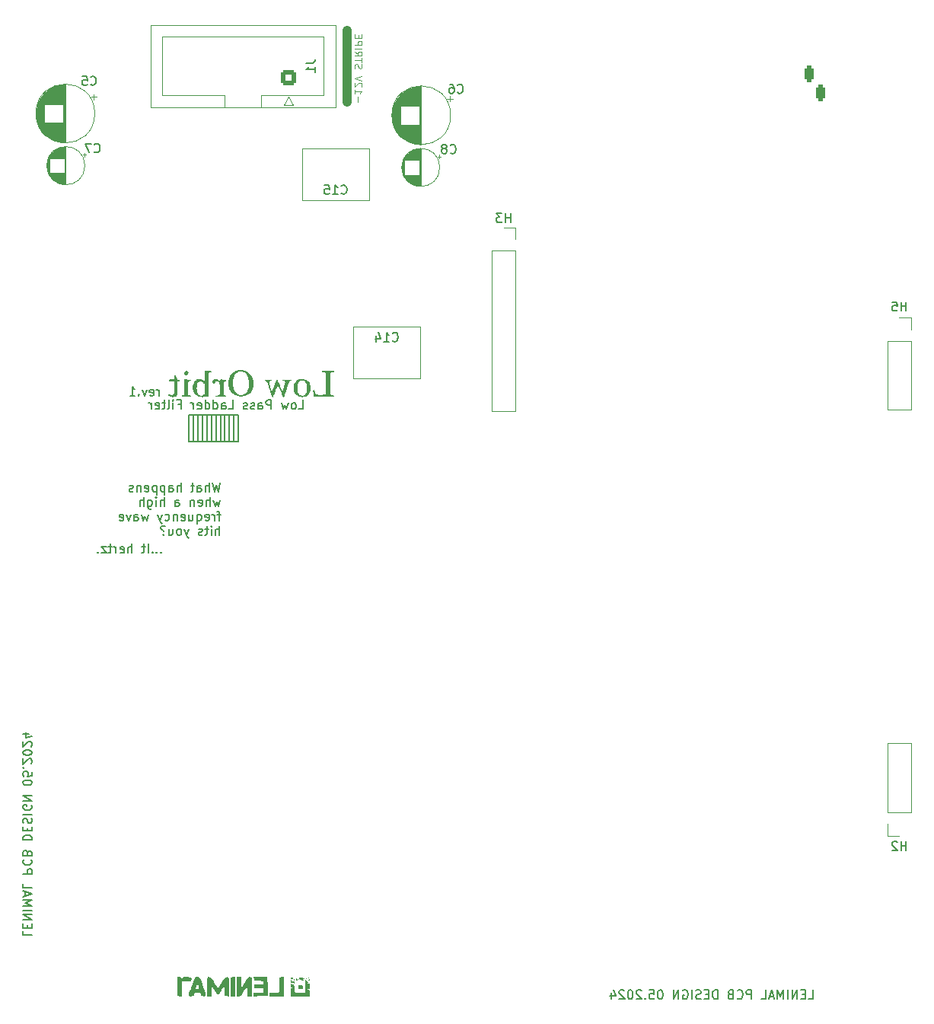
<source format=gbo>
G04 #@! TF.GenerationSoftware,KiCad,Pcbnew,8.0.2-1*
G04 #@! TF.CreationDate,2024-06-17T09:55:16+02:00*
G04 #@! TF.ProjectId,low-orbit,6c6f772d-6f72-4626-9974-2e6b69636164,rev?*
G04 #@! TF.SameCoordinates,Original*
G04 #@! TF.FileFunction,Legend,Bot*
G04 #@! TF.FilePolarity,Positive*
%FSLAX46Y46*%
G04 Gerber Fmt 4.6, Leading zero omitted, Abs format (unit mm)*
G04 Created by KiCad (PCBNEW 8.0.2-1) date 2024-06-17 09:55:16*
%MOMM*%
%LPD*%
G01*
G04 APERTURE LIST*
G04 Aperture macros list*
%AMRoundRect*
0 Rectangle with rounded corners*
0 $1 Rounding radius*
0 $2 $3 $4 $5 $6 $7 $8 $9 X,Y pos of 4 corners*
0 Add a 4 corners polygon primitive as box body*
4,1,4,$2,$3,$4,$5,$6,$7,$8,$9,$2,$3,0*
0 Add four circle primitives for the rounded corners*
1,1,$1+$1,$2,$3*
1,1,$1+$1,$4,$5*
1,1,$1+$1,$6,$7*
1,1,$1+$1,$8,$9*
0 Add four rect primitives between the rounded corners*
20,1,$1+$1,$2,$3,$4,$5,0*
20,1,$1+$1,$4,$5,$6,$7,0*
20,1,$1+$1,$6,$7,$8,$9,0*
20,1,$1+$1,$8,$9,$2,$3,0*%
G04 Aperture macros list end*
%ADD10C,0.150000*%
%ADD11C,0.100000*%
%ADD12C,0.000000*%
%ADD13C,0.120000*%
%ADD14C,1.000000*%
%ADD15R,1.600000X1.600000*%
%ADD16O,1.600000X1.600000*%
%ADD17C,1.600000*%
%ADD18C,2.850000*%
%ADD19R,1.930000X1.830000*%
%ADD20C,2.130000*%
%ADD21R,1.700000X1.700000*%
%ADD22O,1.700000X1.700000*%
%ADD23O,4.000000X4.000000*%
%ADD24R,1.800000X1.800000*%
%ADD25C,1.800000*%
%ADD26R,2.200000X2.200000*%
%ADD27O,2.200000X2.200000*%
%ADD28C,3.200000*%
%ADD29C,3.240000*%
%ADD30R,1.600000X2.400000*%
%ADD31O,1.600000X2.400000*%
%ADD32R,1.100000X1.800000*%
%ADD33RoundRect,0.275000X0.275000X0.625000X-0.275000X0.625000X-0.275000X-0.625000X0.275000X-0.625000X0*%
%ADD34R,1.200000X1.200000*%
%ADD35C,1.200000*%
%ADD36RoundRect,0.250000X0.600000X-0.600000X0.600000X0.600000X-0.600000X0.600000X-0.600000X-0.600000X0*%
%ADD37C,1.700000*%
G04 APERTURE END LIST*
D10*
X65889410Y-109774580D02*
X65841791Y-109822200D01*
X65841791Y-109822200D02*
X65889410Y-109869819D01*
X65889410Y-109869819D02*
X65937029Y-109822200D01*
X65937029Y-109822200D02*
X65889410Y-109774580D01*
X65889410Y-109774580D02*
X65889410Y-109869819D01*
X65413220Y-109774580D02*
X65365601Y-109822200D01*
X65365601Y-109822200D02*
X65413220Y-109869819D01*
X65413220Y-109869819D02*
X65460839Y-109822200D01*
X65460839Y-109822200D02*
X65413220Y-109774580D01*
X65413220Y-109774580D02*
X65413220Y-109869819D01*
X64937030Y-109774580D02*
X64889411Y-109822200D01*
X64889411Y-109822200D02*
X64937030Y-109869819D01*
X64937030Y-109869819D02*
X64984649Y-109822200D01*
X64984649Y-109822200D02*
X64937030Y-109774580D01*
X64937030Y-109774580D02*
X64937030Y-109869819D01*
X64460840Y-109869819D02*
X64460840Y-108869819D01*
X64127507Y-109203152D02*
X63746555Y-109203152D01*
X63984650Y-108869819D02*
X63984650Y-109726961D01*
X63984650Y-109726961D02*
X63937031Y-109822200D01*
X63937031Y-109822200D02*
X63841793Y-109869819D01*
X63841793Y-109869819D02*
X63746555Y-109869819D01*
X62651316Y-109869819D02*
X62651316Y-108869819D01*
X62222745Y-109869819D02*
X62222745Y-109346009D01*
X62222745Y-109346009D02*
X62270364Y-109250771D01*
X62270364Y-109250771D02*
X62365602Y-109203152D01*
X62365602Y-109203152D02*
X62508459Y-109203152D01*
X62508459Y-109203152D02*
X62603697Y-109250771D01*
X62603697Y-109250771D02*
X62651316Y-109298390D01*
X61365602Y-109822200D02*
X61460840Y-109869819D01*
X61460840Y-109869819D02*
X61651316Y-109869819D01*
X61651316Y-109869819D02*
X61746554Y-109822200D01*
X61746554Y-109822200D02*
X61794173Y-109726961D01*
X61794173Y-109726961D02*
X61794173Y-109346009D01*
X61794173Y-109346009D02*
X61746554Y-109250771D01*
X61746554Y-109250771D02*
X61651316Y-109203152D01*
X61651316Y-109203152D02*
X61460840Y-109203152D01*
X61460840Y-109203152D02*
X61365602Y-109250771D01*
X61365602Y-109250771D02*
X61317983Y-109346009D01*
X61317983Y-109346009D02*
X61317983Y-109441247D01*
X61317983Y-109441247D02*
X61794173Y-109536485D01*
X60889411Y-109869819D02*
X60889411Y-109203152D01*
X60889411Y-109393628D02*
X60841792Y-109298390D01*
X60841792Y-109298390D02*
X60794173Y-109250771D01*
X60794173Y-109250771D02*
X60698935Y-109203152D01*
X60698935Y-109203152D02*
X60603697Y-109203152D01*
X60413220Y-109203152D02*
X60032268Y-109203152D01*
X60270363Y-108869819D02*
X60270363Y-109726961D01*
X60270363Y-109726961D02*
X60222744Y-109822200D01*
X60222744Y-109822200D02*
X60127506Y-109869819D01*
X60127506Y-109869819D02*
X60032268Y-109869819D01*
X59794172Y-109203152D02*
X59270363Y-109203152D01*
X59270363Y-109203152D02*
X59794172Y-109869819D01*
X59794172Y-109869819D02*
X59270363Y-109869819D01*
X58889410Y-109774580D02*
X58841791Y-109822200D01*
X58841791Y-109822200D02*
X58889410Y-109869819D01*
X58889410Y-109869819D02*
X58937029Y-109822200D01*
X58937029Y-109822200D02*
X58889410Y-109774580D01*
X58889410Y-109774580D02*
X58889410Y-109869819D01*
X72484648Y-102039987D02*
X72246553Y-103039987D01*
X72246553Y-103039987D02*
X72056077Y-102325701D01*
X72056077Y-102325701D02*
X71865601Y-103039987D01*
X71865601Y-103039987D02*
X71627506Y-102039987D01*
X71246553Y-103039987D02*
X71246553Y-102039987D01*
X70817982Y-103039987D02*
X70817982Y-102516177D01*
X70817982Y-102516177D02*
X70865601Y-102420939D01*
X70865601Y-102420939D02*
X70960839Y-102373320D01*
X70960839Y-102373320D02*
X71103696Y-102373320D01*
X71103696Y-102373320D02*
X71198934Y-102420939D01*
X71198934Y-102420939D02*
X71246553Y-102468558D01*
X69913220Y-103039987D02*
X69913220Y-102516177D01*
X69913220Y-102516177D02*
X69960839Y-102420939D01*
X69960839Y-102420939D02*
X70056077Y-102373320D01*
X70056077Y-102373320D02*
X70246553Y-102373320D01*
X70246553Y-102373320D02*
X70341791Y-102420939D01*
X69913220Y-102992368D02*
X70008458Y-103039987D01*
X70008458Y-103039987D02*
X70246553Y-103039987D01*
X70246553Y-103039987D02*
X70341791Y-102992368D01*
X70341791Y-102992368D02*
X70389410Y-102897129D01*
X70389410Y-102897129D02*
X70389410Y-102801891D01*
X70389410Y-102801891D02*
X70341791Y-102706653D01*
X70341791Y-102706653D02*
X70246553Y-102659034D01*
X70246553Y-102659034D02*
X70008458Y-102659034D01*
X70008458Y-102659034D02*
X69913220Y-102611415D01*
X69579886Y-102373320D02*
X69198934Y-102373320D01*
X69437029Y-102039987D02*
X69437029Y-102897129D01*
X69437029Y-102897129D02*
X69389410Y-102992368D01*
X69389410Y-102992368D02*
X69294172Y-103039987D01*
X69294172Y-103039987D02*
X69198934Y-103039987D01*
X68103695Y-103039987D02*
X68103695Y-102039987D01*
X67675124Y-103039987D02*
X67675124Y-102516177D01*
X67675124Y-102516177D02*
X67722743Y-102420939D01*
X67722743Y-102420939D02*
X67817981Y-102373320D01*
X67817981Y-102373320D02*
X67960838Y-102373320D01*
X67960838Y-102373320D02*
X68056076Y-102420939D01*
X68056076Y-102420939D02*
X68103695Y-102468558D01*
X66770362Y-103039987D02*
X66770362Y-102516177D01*
X66770362Y-102516177D02*
X66817981Y-102420939D01*
X66817981Y-102420939D02*
X66913219Y-102373320D01*
X66913219Y-102373320D02*
X67103695Y-102373320D01*
X67103695Y-102373320D02*
X67198933Y-102420939D01*
X66770362Y-102992368D02*
X66865600Y-103039987D01*
X66865600Y-103039987D02*
X67103695Y-103039987D01*
X67103695Y-103039987D02*
X67198933Y-102992368D01*
X67198933Y-102992368D02*
X67246552Y-102897129D01*
X67246552Y-102897129D02*
X67246552Y-102801891D01*
X67246552Y-102801891D02*
X67198933Y-102706653D01*
X67198933Y-102706653D02*
X67103695Y-102659034D01*
X67103695Y-102659034D02*
X66865600Y-102659034D01*
X66865600Y-102659034D02*
X66770362Y-102611415D01*
X66294171Y-102373320D02*
X66294171Y-103373320D01*
X66294171Y-102420939D02*
X66198933Y-102373320D01*
X66198933Y-102373320D02*
X66008457Y-102373320D01*
X66008457Y-102373320D02*
X65913219Y-102420939D01*
X65913219Y-102420939D02*
X65865600Y-102468558D01*
X65865600Y-102468558D02*
X65817981Y-102563796D01*
X65817981Y-102563796D02*
X65817981Y-102849510D01*
X65817981Y-102849510D02*
X65865600Y-102944748D01*
X65865600Y-102944748D02*
X65913219Y-102992368D01*
X65913219Y-102992368D02*
X66008457Y-103039987D01*
X66008457Y-103039987D02*
X66198933Y-103039987D01*
X66198933Y-103039987D02*
X66294171Y-102992368D01*
X65389409Y-102373320D02*
X65389409Y-103373320D01*
X65389409Y-102420939D02*
X65294171Y-102373320D01*
X65294171Y-102373320D02*
X65103695Y-102373320D01*
X65103695Y-102373320D02*
X65008457Y-102420939D01*
X65008457Y-102420939D02*
X64960838Y-102468558D01*
X64960838Y-102468558D02*
X64913219Y-102563796D01*
X64913219Y-102563796D02*
X64913219Y-102849510D01*
X64913219Y-102849510D02*
X64960838Y-102944748D01*
X64960838Y-102944748D02*
X65008457Y-102992368D01*
X65008457Y-102992368D02*
X65103695Y-103039987D01*
X65103695Y-103039987D02*
X65294171Y-103039987D01*
X65294171Y-103039987D02*
X65389409Y-102992368D01*
X64103695Y-102992368D02*
X64198933Y-103039987D01*
X64198933Y-103039987D02*
X64389409Y-103039987D01*
X64389409Y-103039987D02*
X64484647Y-102992368D01*
X64484647Y-102992368D02*
X64532266Y-102897129D01*
X64532266Y-102897129D02*
X64532266Y-102516177D01*
X64532266Y-102516177D02*
X64484647Y-102420939D01*
X64484647Y-102420939D02*
X64389409Y-102373320D01*
X64389409Y-102373320D02*
X64198933Y-102373320D01*
X64198933Y-102373320D02*
X64103695Y-102420939D01*
X64103695Y-102420939D02*
X64056076Y-102516177D01*
X64056076Y-102516177D02*
X64056076Y-102611415D01*
X64056076Y-102611415D02*
X64532266Y-102706653D01*
X63627504Y-102373320D02*
X63627504Y-103039987D01*
X63627504Y-102468558D02*
X63579885Y-102420939D01*
X63579885Y-102420939D02*
X63484647Y-102373320D01*
X63484647Y-102373320D02*
X63341790Y-102373320D01*
X63341790Y-102373320D02*
X63246552Y-102420939D01*
X63246552Y-102420939D02*
X63198933Y-102516177D01*
X63198933Y-102516177D02*
X63198933Y-103039987D01*
X62770361Y-102992368D02*
X62675123Y-103039987D01*
X62675123Y-103039987D02*
X62484647Y-103039987D01*
X62484647Y-103039987D02*
X62389409Y-102992368D01*
X62389409Y-102992368D02*
X62341790Y-102897129D01*
X62341790Y-102897129D02*
X62341790Y-102849510D01*
X62341790Y-102849510D02*
X62389409Y-102754272D01*
X62389409Y-102754272D02*
X62484647Y-102706653D01*
X62484647Y-102706653D02*
X62627504Y-102706653D01*
X62627504Y-102706653D02*
X62722742Y-102659034D01*
X62722742Y-102659034D02*
X62770361Y-102563796D01*
X62770361Y-102563796D02*
X62770361Y-102516177D01*
X62770361Y-102516177D02*
X62722742Y-102420939D01*
X62722742Y-102420939D02*
X62627504Y-102373320D01*
X62627504Y-102373320D02*
X62484647Y-102373320D01*
X62484647Y-102373320D02*
X62389409Y-102420939D01*
X72484648Y-103983264D02*
X72294172Y-104649931D01*
X72294172Y-104649931D02*
X72103696Y-104173740D01*
X72103696Y-104173740D02*
X71913220Y-104649931D01*
X71913220Y-104649931D02*
X71722744Y-103983264D01*
X71341791Y-104649931D02*
X71341791Y-103649931D01*
X70913220Y-104649931D02*
X70913220Y-104126121D01*
X70913220Y-104126121D02*
X70960839Y-104030883D01*
X70960839Y-104030883D02*
X71056077Y-103983264D01*
X71056077Y-103983264D02*
X71198934Y-103983264D01*
X71198934Y-103983264D02*
X71294172Y-104030883D01*
X71294172Y-104030883D02*
X71341791Y-104078502D01*
X70056077Y-104602312D02*
X70151315Y-104649931D01*
X70151315Y-104649931D02*
X70341791Y-104649931D01*
X70341791Y-104649931D02*
X70437029Y-104602312D01*
X70437029Y-104602312D02*
X70484648Y-104507073D01*
X70484648Y-104507073D02*
X70484648Y-104126121D01*
X70484648Y-104126121D02*
X70437029Y-104030883D01*
X70437029Y-104030883D02*
X70341791Y-103983264D01*
X70341791Y-103983264D02*
X70151315Y-103983264D01*
X70151315Y-103983264D02*
X70056077Y-104030883D01*
X70056077Y-104030883D02*
X70008458Y-104126121D01*
X70008458Y-104126121D02*
X70008458Y-104221359D01*
X70008458Y-104221359D02*
X70484648Y-104316597D01*
X69579886Y-103983264D02*
X69579886Y-104649931D01*
X69579886Y-104078502D02*
X69532267Y-104030883D01*
X69532267Y-104030883D02*
X69437029Y-103983264D01*
X69437029Y-103983264D02*
X69294172Y-103983264D01*
X69294172Y-103983264D02*
X69198934Y-104030883D01*
X69198934Y-104030883D02*
X69151315Y-104126121D01*
X69151315Y-104126121D02*
X69151315Y-104649931D01*
X67484648Y-104649931D02*
X67484648Y-104126121D01*
X67484648Y-104126121D02*
X67532267Y-104030883D01*
X67532267Y-104030883D02*
X67627505Y-103983264D01*
X67627505Y-103983264D02*
X67817981Y-103983264D01*
X67817981Y-103983264D02*
X67913219Y-104030883D01*
X67484648Y-104602312D02*
X67579886Y-104649931D01*
X67579886Y-104649931D02*
X67817981Y-104649931D01*
X67817981Y-104649931D02*
X67913219Y-104602312D01*
X67913219Y-104602312D02*
X67960838Y-104507073D01*
X67960838Y-104507073D02*
X67960838Y-104411835D01*
X67960838Y-104411835D02*
X67913219Y-104316597D01*
X67913219Y-104316597D02*
X67817981Y-104268978D01*
X67817981Y-104268978D02*
X67579886Y-104268978D01*
X67579886Y-104268978D02*
X67484648Y-104221359D01*
X66246552Y-104649931D02*
X66246552Y-103649931D01*
X65817981Y-104649931D02*
X65817981Y-104126121D01*
X65817981Y-104126121D02*
X65865600Y-104030883D01*
X65865600Y-104030883D02*
X65960838Y-103983264D01*
X65960838Y-103983264D02*
X66103695Y-103983264D01*
X66103695Y-103983264D02*
X66198933Y-104030883D01*
X66198933Y-104030883D02*
X66246552Y-104078502D01*
X65341790Y-104649931D02*
X65341790Y-103983264D01*
X65341790Y-103649931D02*
X65389409Y-103697550D01*
X65389409Y-103697550D02*
X65341790Y-103745169D01*
X65341790Y-103745169D02*
X65294171Y-103697550D01*
X65294171Y-103697550D02*
X65341790Y-103649931D01*
X65341790Y-103649931D02*
X65341790Y-103745169D01*
X64437029Y-103983264D02*
X64437029Y-104792788D01*
X64437029Y-104792788D02*
X64484648Y-104888026D01*
X64484648Y-104888026D02*
X64532267Y-104935645D01*
X64532267Y-104935645D02*
X64627505Y-104983264D01*
X64627505Y-104983264D02*
X64770362Y-104983264D01*
X64770362Y-104983264D02*
X64865600Y-104935645D01*
X64437029Y-104602312D02*
X64532267Y-104649931D01*
X64532267Y-104649931D02*
X64722743Y-104649931D01*
X64722743Y-104649931D02*
X64817981Y-104602312D01*
X64817981Y-104602312D02*
X64865600Y-104554692D01*
X64865600Y-104554692D02*
X64913219Y-104459454D01*
X64913219Y-104459454D02*
X64913219Y-104173740D01*
X64913219Y-104173740D02*
X64865600Y-104078502D01*
X64865600Y-104078502D02*
X64817981Y-104030883D01*
X64817981Y-104030883D02*
X64722743Y-103983264D01*
X64722743Y-103983264D02*
X64532267Y-103983264D01*
X64532267Y-103983264D02*
X64437029Y-104030883D01*
X63960838Y-104649931D02*
X63960838Y-103649931D01*
X63532267Y-104649931D02*
X63532267Y-104126121D01*
X63532267Y-104126121D02*
X63579886Y-104030883D01*
X63579886Y-104030883D02*
X63675124Y-103983264D01*
X63675124Y-103983264D02*
X63817981Y-103983264D01*
X63817981Y-103983264D02*
X63913219Y-104030883D01*
X63913219Y-104030883D02*
X63960838Y-104078502D01*
X72532267Y-105593208D02*
X72151315Y-105593208D01*
X72389410Y-106259875D02*
X72389410Y-105402732D01*
X72389410Y-105402732D02*
X72341791Y-105307494D01*
X72341791Y-105307494D02*
X72246553Y-105259875D01*
X72246553Y-105259875D02*
X72151315Y-105259875D01*
X71817981Y-106259875D02*
X71817981Y-105593208D01*
X71817981Y-105783684D02*
X71770362Y-105688446D01*
X71770362Y-105688446D02*
X71722743Y-105640827D01*
X71722743Y-105640827D02*
X71627505Y-105593208D01*
X71627505Y-105593208D02*
X71532267Y-105593208D01*
X70817981Y-106212256D02*
X70913219Y-106259875D01*
X70913219Y-106259875D02*
X71103695Y-106259875D01*
X71103695Y-106259875D02*
X71198933Y-106212256D01*
X71198933Y-106212256D02*
X71246552Y-106117017D01*
X71246552Y-106117017D02*
X71246552Y-105736065D01*
X71246552Y-105736065D02*
X71198933Y-105640827D01*
X71198933Y-105640827D02*
X71103695Y-105593208D01*
X71103695Y-105593208D02*
X70913219Y-105593208D01*
X70913219Y-105593208D02*
X70817981Y-105640827D01*
X70817981Y-105640827D02*
X70770362Y-105736065D01*
X70770362Y-105736065D02*
X70770362Y-105831303D01*
X70770362Y-105831303D02*
X71246552Y-105926541D01*
X69913219Y-105593208D02*
X69913219Y-106593208D01*
X69913219Y-106212256D02*
X70008457Y-106259875D01*
X70008457Y-106259875D02*
X70198933Y-106259875D01*
X70198933Y-106259875D02*
X70294171Y-106212256D01*
X70294171Y-106212256D02*
X70341790Y-106164636D01*
X70341790Y-106164636D02*
X70389409Y-106069398D01*
X70389409Y-106069398D02*
X70389409Y-105783684D01*
X70389409Y-105783684D02*
X70341790Y-105688446D01*
X70341790Y-105688446D02*
X70294171Y-105640827D01*
X70294171Y-105640827D02*
X70198933Y-105593208D01*
X70198933Y-105593208D02*
X70008457Y-105593208D01*
X70008457Y-105593208D02*
X69913219Y-105640827D01*
X69008457Y-105593208D02*
X69008457Y-106259875D01*
X69437028Y-105593208D02*
X69437028Y-106117017D01*
X69437028Y-106117017D02*
X69389409Y-106212256D01*
X69389409Y-106212256D02*
X69294171Y-106259875D01*
X69294171Y-106259875D02*
X69151314Y-106259875D01*
X69151314Y-106259875D02*
X69056076Y-106212256D01*
X69056076Y-106212256D02*
X69008457Y-106164636D01*
X68151314Y-106212256D02*
X68246552Y-106259875D01*
X68246552Y-106259875D02*
X68437028Y-106259875D01*
X68437028Y-106259875D02*
X68532266Y-106212256D01*
X68532266Y-106212256D02*
X68579885Y-106117017D01*
X68579885Y-106117017D02*
X68579885Y-105736065D01*
X68579885Y-105736065D02*
X68532266Y-105640827D01*
X68532266Y-105640827D02*
X68437028Y-105593208D01*
X68437028Y-105593208D02*
X68246552Y-105593208D01*
X68246552Y-105593208D02*
X68151314Y-105640827D01*
X68151314Y-105640827D02*
X68103695Y-105736065D01*
X68103695Y-105736065D02*
X68103695Y-105831303D01*
X68103695Y-105831303D02*
X68579885Y-105926541D01*
X67675123Y-105593208D02*
X67675123Y-106259875D01*
X67675123Y-105688446D02*
X67627504Y-105640827D01*
X67627504Y-105640827D02*
X67532266Y-105593208D01*
X67532266Y-105593208D02*
X67389409Y-105593208D01*
X67389409Y-105593208D02*
X67294171Y-105640827D01*
X67294171Y-105640827D02*
X67246552Y-105736065D01*
X67246552Y-105736065D02*
X67246552Y-106259875D01*
X66341790Y-106212256D02*
X66437028Y-106259875D01*
X66437028Y-106259875D02*
X66627504Y-106259875D01*
X66627504Y-106259875D02*
X66722742Y-106212256D01*
X66722742Y-106212256D02*
X66770361Y-106164636D01*
X66770361Y-106164636D02*
X66817980Y-106069398D01*
X66817980Y-106069398D02*
X66817980Y-105783684D01*
X66817980Y-105783684D02*
X66770361Y-105688446D01*
X66770361Y-105688446D02*
X66722742Y-105640827D01*
X66722742Y-105640827D02*
X66627504Y-105593208D01*
X66627504Y-105593208D02*
X66437028Y-105593208D01*
X66437028Y-105593208D02*
X66341790Y-105640827D01*
X66008456Y-105593208D02*
X65770361Y-106259875D01*
X65532266Y-105593208D02*
X65770361Y-106259875D01*
X65770361Y-106259875D02*
X65865599Y-106497970D01*
X65865599Y-106497970D02*
X65913218Y-106545589D01*
X65913218Y-106545589D02*
X66008456Y-106593208D01*
X64484646Y-105593208D02*
X64294170Y-106259875D01*
X64294170Y-106259875D02*
X64103694Y-105783684D01*
X64103694Y-105783684D02*
X63913218Y-106259875D01*
X63913218Y-106259875D02*
X63722742Y-105593208D01*
X62913218Y-106259875D02*
X62913218Y-105736065D01*
X62913218Y-105736065D02*
X62960837Y-105640827D01*
X62960837Y-105640827D02*
X63056075Y-105593208D01*
X63056075Y-105593208D02*
X63246551Y-105593208D01*
X63246551Y-105593208D02*
X63341789Y-105640827D01*
X62913218Y-106212256D02*
X63008456Y-106259875D01*
X63008456Y-106259875D02*
X63246551Y-106259875D01*
X63246551Y-106259875D02*
X63341789Y-106212256D01*
X63341789Y-106212256D02*
X63389408Y-106117017D01*
X63389408Y-106117017D02*
X63389408Y-106021779D01*
X63389408Y-106021779D02*
X63341789Y-105926541D01*
X63341789Y-105926541D02*
X63246551Y-105878922D01*
X63246551Y-105878922D02*
X63008456Y-105878922D01*
X63008456Y-105878922D02*
X62913218Y-105831303D01*
X62532265Y-105593208D02*
X62294170Y-106259875D01*
X62294170Y-106259875D02*
X62056075Y-105593208D01*
X61294170Y-106212256D02*
X61389408Y-106259875D01*
X61389408Y-106259875D02*
X61579884Y-106259875D01*
X61579884Y-106259875D02*
X61675122Y-106212256D01*
X61675122Y-106212256D02*
X61722741Y-106117017D01*
X61722741Y-106117017D02*
X61722741Y-105736065D01*
X61722741Y-105736065D02*
X61675122Y-105640827D01*
X61675122Y-105640827D02*
X61579884Y-105593208D01*
X61579884Y-105593208D02*
X61389408Y-105593208D01*
X61389408Y-105593208D02*
X61294170Y-105640827D01*
X61294170Y-105640827D02*
X61246551Y-105736065D01*
X61246551Y-105736065D02*
X61246551Y-105831303D01*
X61246551Y-105831303D02*
X61722741Y-105926541D01*
X72389410Y-107869819D02*
X72389410Y-106869819D01*
X71960839Y-107869819D02*
X71960839Y-107346009D01*
X71960839Y-107346009D02*
X72008458Y-107250771D01*
X72008458Y-107250771D02*
X72103696Y-107203152D01*
X72103696Y-107203152D02*
X72246553Y-107203152D01*
X72246553Y-107203152D02*
X72341791Y-107250771D01*
X72341791Y-107250771D02*
X72389410Y-107298390D01*
X71484648Y-107869819D02*
X71484648Y-107203152D01*
X71484648Y-106869819D02*
X71532267Y-106917438D01*
X71532267Y-106917438D02*
X71484648Y-106965057D01*
X71484648Y-106965057D02*
X71437029Y-106917438D01*
X71437029Y-106917438D02*
X71484648Y-106869819D01*
X71484648Y-106869819D02*
X71484648Y-106965057D01*
X71151315Y-107203152D02*
X70770363Y-107203152D01*
X71008458Y-106869819D02*
X71008458Y-107726961D01*
X71008458Y-107726961D02*
X70960839Y-107822200D01*
X70960839Y-107822200D02*
X70865601Y-107869819D01*
X70865601Y-107869819D02*
X70770363Y-107869819D01*
X70484648Y-107822200D02*
X70389410Y-107869819D01*
X70389410Y-107869819D02*
X70198934Y-107869819D01*
X70198934Y-107869819D02*
X70103696Y-107822200D01*
X70103696Y-107822200D02*
X70056077Y-107726961D01*
X70056077Y-107726961D02*
X70056077Y-107679342D01*
X70056077Y-107679342D02*
X70103696Y-107584104D01*
X70103696Y-107584104D02*
X70198934Y-107536485D01*
X70198934Y-107536485D02*
X70341791Y-107536485D01*
X70341791Y-107536485D02*
X70437029Y-107488866D01*
X70437029Y-107488866D02*
X70484648Y-107393628D01*
X70484648Y-107393628D02*
X70484648Y-107346009D01*
X70484648Y-107346009D02*
X70437029Y-107250771D01*
X70437029Y-107250771D02*
X70341791Y-107203152D01*
X70341791Y-107203152D02*
X70198934Y-107203152D01*
X70198934Y-107203152D02*
X70103696Y-107250771D01*
X68960838Y-107203152D02*
X68722743Y-107869819D01*
X68484648Y-107203152D02*
X68722743Y-107869819D01*
X68722743Y-107869819D02*
X68817981Y-108107914D01*
X68817981Y-108107914D02*
X68865600Y-108155533D01*
X68865600Y-108155533D02*
X68960838Y-108203152D01*
X67960838Y-107869819D02*
X68056076Y-107822200D01*
X68056076Y-107822200D02*
X68103695Y-107774580D01*
X68103695Y-107774580D02*
X68151314Y-107679342D01*
X68151314Y-107679342D02*
X68151314Y-107393628D01*
X68151314Y-107393628D02*
X68103695Y-107298390D01*
X68103695Y-107298390D02*
X68056076Y-107250771D01*
X68056076Y-107250771D02*
X67960838Y-107203152D01*
X67960838Y-107203152D02*
X67817981Y-107203152D01*
X67817981Y-107203152D02*
X67722743Y-107250771D01*
X67722743Y-107250771D02*
X67675124Y-107298390D01*
X67675124Y-107298390D02*
X67627505Y-107393628D01*
X67627505Y-107393628D02*
X67627505Y-107679342D01*
X67627505Y-107679342D02*
X67675124Y-107774580D01*
X67675124Y-107774580D02*
X67722743Y-107822200D01*
X67722743Y-107822200D02*
X67817981Y-107869819D01*
X67817981Y-107869819D02*
X67960838Y-107869819D01*
X66770362Y-107203152D02*
X66770362Y-107869819D01*
X67198933Y-107203152D02*
X67198933Y-107726961D01*
X67198933Y-107726961D02*
X67151314Y-107822200D01*
X67151314Y-107822200D02*
X67056076Y-107869819D01*
X67056076Y-107869819D02*
X66913219Y-107869819D01*
X66913219Y-107869819D02*
X66817981Y-107822200D01*
X66817981Y-107822200D02*
X66770362Y-107774580D01*
X66151314Y-107774580D02*
X66103695Y-107822200D01*
X66103695Y-107822200D02*
X66151314Y-107869819D01*
X66151314Y-107869819D02*
X66198933Y-107822200D01*
X66198933Y-107822200D02*
X66151314Y-107774580D01*
X66151314Y-107774580D02*
X66151314Y-107869819D01*
X66341790Y-106917438D02*
X66246552Y-106869819D01*
X66246552Y-106869819D02*
X66008457Y-106869819D01*
X66008457Y-106869819D02*
X65913219Y-106917438D01*
X65913219Y-106917438D02*
X65865600Y-107012676D01*
X65865600Y-107012676D02*
X65865600Y-107107914D01*
X65865600Y-107107914D02*
X65913219Y-107203152D01*
X65913219Y-107203152D02*
X65960838Y-107250771D01*
X65960838Y-107250771D02*
X66056076Y-107298390D01*
X66056076Y-107298390D02*
X66103695Y-107346009D01*
X66103695Y-107346009D02*
X66151314Y-107441247D01*
X66151314Y-107441247D02*
X66151314Y-107488866D01*
X73500000Y-94500000D02*
X73500000Y-97500000D01*
X70500000Y-94500000D02*
X70500000Y-97500000D01*
X81187030Y-93869819D02*
X81663220Y-93869819D01*
X81663220Y-93869819D02*
X81663220Y-92869819D01*
X80710839Y-93869819D02*
X80806077Y-93822200D01*
X80806077Y-93822200D02*
X80853696Y-93774580D01*
X80853696Y-93774580D02*
X80901315Y-93679342D01*
X80901315Y-93679342D02*
X80901315Y-93393628D01*
X80901315Y-93393628D02*
X80853696Y-93298390D01*
X80853696Y-93298390D02*
X80806077Y-93250771D01*
X80806077Y-93250771D02*
X80710839Y-93203152D01*
X80710839Y-93203152D02*
X80567982Y-93203152D01*
X80567982Y-93203152D02*
X80472744Y-93250771D01*
X80472744Y-93250771D02*
X80425125Y-93298390D01*
X80425125Y-93298390D02*
X80377506Y-93393628D01*
X80377506Y-93393628D02*
X80377506Y-93679342D01*
X80377506Y-93679342D02*
X80425125Y-93774580D01*
X80425125Y-93774580D02*
X80472744Y-93822200D01*
X80472744Y-93822200D02*
X80567982Y-93869819D01*
X80567982Y-93869819D02*
X80710839Y-93869819D01*
X80044172Y-93203152D02*
X79853696Y-93869819D01*
X79853696Y-93869819D02*
X79663220Y-93393628D01*
X79663220Y-93393628D02*
X79472744Y-93869819D01*
X79472744Y-93869819D02*
X79282268Y-93203152D01*
X78139410Y-93869819D02*
X78139410Y-92869819D01*
X78139410Y-92869819D02*
X77758458Y-92869819D01*
X77758458Y-92869819D02*
X77663220Y-92917438D01*
X77663220Y-92917438D02*
X77615601Y-92965057D01*
X77615601Y-92965057D02*
X77567982Y-93060295D01*
X77567982Y-93060295D02*
X77567982Y-93203152D01*
X77567982Y-93203152D02*
X77615601Y-93298390D01*
X77615601Y-93298390D02*
X77663220Y-93346009D01*
X77663220Y-93346009D02*
X77758458Y-93393628D01*
X77758458Y-93393628D02*
X78139410Y-93393628D01*
X76710839Y-93869819D02*
X76710839Y-93346009D01*
X76710839Y-93346009D02*
X76758458Y-93250771D01*
X76758458Y-93250771D02*
X76853696Y-93203152D01*
X76853696Y-93203152D02*
X77044172Y-93203152D01*
X77044172Y-93203152D02*
X77139410Y-93250771D01*
X76710839Y-93822200D02*
X76806077Y-93869819D01*
X76806077Y-93869819D02*
X77044172Y-93869819D01*
X77044172Y-93869819D02*
X77139410Y-93822200D01*
X77139410Y-93822200D02*
X77187029Y-93726961D01*
X77187029Y-93726961D02*
X77187029Y-93631723D01*
X77187029Y-93631723D02*
X77139410Y-93536485D01*
X77139410Y-93536485D02*
X77044172Y-93488866D01*
X77044172Y-93488866D02*
X76806077Y-93488866D01*
X76806077Y-93488866D02*
X76710839Y-93441247D01*
X76282267Y-93822200D02*
X76187029Y-93869819D01*
X76187029Y-93869819D02*
X75996553Y-93869819D01*
X75996553Y-93869819D02*
X75901315Y-93822200D01*
X75901315Y-93822200D02*
X75853696Y-93726961D01*
X75853696Y-93726961D02*
X75853696Y-93679342D01*
X75853696Y-93679342D02*
X75901315Y-93584104D01*
X75901315Y-93584104D02*
X75996553Y-93536485D01*
X75996553Y-93536485D02*
X76139410Y-93536485D01*
X76139410Y-93536485D02*
X76234648Y-93488866D01*
X76234648Y-93488866D02*
X76282267Y-93393628D01*
X76282267Y-93393628D02*
X76282267Y-93346009D01*
X76282267Y-93346009D02*
X76234648Y-93250771D01*
X76234648Y-93250771D02*
X76139410Y-93203152D01*
X76139410Y-93203152D02*
X75996553Y-93203152D01*
X75996553Y-93203152D02*
X75901315Y-93250771D01*
X75472743Y-93822200D02*
X75377505Y-93869819D01*
X75377505Y-93869819D02*
X75187029Y-93869819D01*
X75187029Y-93869819D02*
X75091791Y-93822200D01*
X75091791Y-93822200D02*
X75044172Y-93726961D01*
X75044172Y-93726961D02*
X75044172Y-93679342D01*
X75044172Y-93679342D02*
X75091791Y-93584104D01*
X75091791Y-93584104D02*
X75187029Y-93536485D01*
X75187029Y-93536485D02*
X75329886Y-93536485D01*
X75329886Y-93536485D02*
X75425124Y-93488866D01*
X75425124Y-93488866D02*
X75472743Y-93393628D01*
X75472743Y-93393628D02*
X75472743Y-93346009D01*
X75472743Y-93346009D02*
X75425124Y-93250771D01*
X75425124Y-93250771D02*
X75329886Y-93203152D01*
X75329886Y-93203152D02*
X75187029Y-93203152D01*
X75187029Y-93203152D02*
X75091791Y-93250771D01*
X73377505Y-93869819D02*
X73853695Y-93869819D01*
X73853695Y-93869819D02*
X73853695Y-92869819D01*
X72615600Y-93869819D02*
X72615600Y-93346009D01*
X72615600Y-93346009D02*
X72663219Y-93250771D01*
X72663219Y-93250771D02*
X72758457Y-93203152D01*
X72758457Y-93203152D02*
X72948933Y-93203152D01*
X72948933Y-93203152D02*
X73044171Y-93250771D01*
X72615600Y-93822200D02*
X72710838Y-93869819D01*
X72710838Y-93869819D02*
X72948933Y-93869819D01*
X72948933Y-93869819D02*
X73044171Y-93822200D01*
X73044171Y-93822200D02*
X73091790Y-93726961D01*
X73091790Y-93726961D02*
X73091790Y-93631723D01*
X73091790Y-93631723D02*
X73044171Y-93536485D01*
X73044171Y-93536485D02*
X72948933Y-93488866D01*
X72948933Y-93488866D02*
X72710838Y-93488866D01*
X72710838Y-93488866D02*
X72615600Y-93441247D01*
X71710838Y-93869819D02*
X71710838Y-92869819D01*
X71710838Y-93822200D02*
X71806076Y-93869819D01*
X71806076Y-93869819D02*
X71996552Y-93869819D01*
X71996552Y-93869819D02*
X72091790Y-93822200D01*
X72091790Y-93822200D02*
X72139409Y-93774580D01*
X72139409Y-93774580D02*
X72187028Y-93679342D01*
X72187028Y-93679342D02*
X72187028Y-93393628D01*
X72187028Y-93393628D02*
X72139409Y-93298390D01*
X72139409Y-93298390D02*
X72091790Y-93250771D01*
X72091790Y-93250771D02*
X71996552Y-93203152D01*
X71996552Y-93203152D02*
X71806076Y-93203152D01*
X71806076Y-93203152D02*
X71710838Y-93250771D01*
X70806076Y-93869819D02*
X70806076Y-92869819D01*
X70806076Y-93822200D02*
X70901314Y-93869819D01*
X70901314Y-93869819D02*
X71091790Y-93869819D01*
X71091790Y-93869819D02*
X71187028Y-93822200D01*
X71187028Y-93822200D02*
X71234647Y-93774580D01*
X71234647Y-93774580D02*
X71282266Y-93679342D01*
X71282266Y-93679342D02*
X71282266Y-93393628D01*
X71282266Y-93393628D02*
X71234647Y-93298390D01*
X71234647Y-93298390D02*
X71187028Y-93250771D01*
X71187028Y-93250771D02*
X71091790Y-93203152D01*
X71091790Y-93203152D02*
X70901314Y-93203152D01*
X70901314Y-93203152D02*
X70806076Y-93250771D01*
X69948933Y-93822200D02*
X70044171Y-93869819D01*
X70044171Y-93869819D02*
X70234647Y-93869819D01*
X70234647Y-93869819D02*
X70329885Y-93822200D01*
X70329885Y-93822200D02*
X70377504Y-93726961D01*
X70377504Y-93726961D02*
X70377504Y-93346009D01*
X70377504Y-93346009D02*
X70329885Y-93250771D01*
X70329885Y-93250771D02*
X70234647Y-93203152D01*
X70234647Y-93203152D02*
X70044171Y-93203152D01*
X70044171Y-93203152D02*
X69948933Y-93250771D01*
X69948933Y-93250771D02*
X69901314Y-93346009D01*
X69901314Y-93346009D02*
X69901314Y-93441247D01*
X69901314Y-93441247D02*
X70377504Y-93536485D01*
X69472742Y-93869819D02*
X69472742Y-93203152D01*
X69472742Y-93393628D02*
X69425123Y-93298390D01*
X69425123Y-93298390D02*
X69377504Y-93250771D01*
X69377504Y-93250771D02*
X69282266Y-93203152D01*
X69282266Y-93203152D02*
X69187028Y-93203152D01*
X67758456Y-93346009D02*
X68091789Y-93346009D01*
X68091789Y-93869819D02*
X68091789Y-92869819D01*
X68091789Y-92869819D02*
X67615599Y-92869819D01*
X67234646Y-93869819D02*
X67234646Y-93203152D01*
X67234646Y-92869819D02*
X67282265Y-92917438D01*
X67282265Y-92917438D02*
X67234646Y-92965057D01*
X67234646Y-92965057D02*
X67187027Y-92917438D01*
X67187027Y-92917438D02*
X67234646Y-92869819D01*
X67234646Y-92869819D02*
X67234646Y-92965057D01*
X66615599Y-93869819D02*
X66710837Y-93822200D01*
X66710837Y-93822200D02*
X66758456Y-93726961D01*
X66758456Y-93726961D02*
X66758456Y-92869819D01*
X66377503Y-93203152D02*
X65996551Y-93203152D01*
X66234646Y-92869819D02*
X66234646Y-93726961D01*
X66234646Y-93726961D02*
X66187027Y-93822200D01*
X66187027Y-93822200D02*
X66091789Y-93869819D01*
X66091789Y-93869819D02*
X65996551Y-93869819D01*
X65282265Y-93822200D02*
X65377503Y-93869819D01*
X65377503Y-93869819D02*
X65567979Y-93869819D01*
X65567979Y-93869819D02*
X65663217Y-93822200D01*
X65663217Y-93822200D02*
X65710836Y-93726961D01*
X65710836Y-93726961D02*
X65710836Y-93346009D01*
X65710836Y-93346009D02*
X65663217Y-93250771D01*
X65663217Y-93250771D02*
X65567979Y-93203152D01*
X65567979Y-93203152D02*
X65377503Y-93203152D01*
X65377503Y-93203152D02*
X65282265Y-93250771D01*
X65282265Y-93250771D02*
X65234646Y-93346009D01*
X65234646Y-93346009D02*
X65234646Y-93441247D01*
X65234646Y-93441247D02*
X65710836Y-93536485D01*
X64806074Y-93869819D02*
X64806074Y-93203152D01*
X64806074Y-93393628D02*
X64758455Y-93298390D01*
X64758455Y-93298390D02*
X64710836Y-93250771D01*
X64710836Y-93250771D02*
X64615598Y-93203152D01*
X64615598Y-93203152D02*
X64520360Y-93203152D01*
X69500000Y-94500000D02*
X69500000Y-97500000D01*
X65663220Y-92369819D02*
X65663220Y-91703152D01*
X65663220Y-91893628D02*
X65615601Y-91798390D01*
X65615601Y-91798390D02*
X65567982Y-91750771D01*
X65567982Y-91750771D02*
X65472744Y-91703152D01*
X65472744Y-91703152D02*
X65377506Y-91703152D01*
X64663220Y-92322200D02*
X64758458Y-92369819D01*
X64758458Y-92369819D02*
X64948934Y-92369819D01*
X64948934Y-92369819D02*
X65044172Y-92322200D01*
X65044172Y-92322200D02*
X65091791Y-92226961D01*
X65091791Y-92226961D02*
X65091791Y-91846009D01*
X65091791Y-91846009D02*
X65044172Y-91750771D01*
X65044172Y-91750771D02*
X64948934Y-91703152D01*
X64948934Y-91703152D02*
X64758458Y-91703152D01*
X64758458Y-91703152D02*
X64663220Y-91750771D01*
X64663220Y-91750771D02*
X64615601Y-91846009D01*
X64615601Y-91846009D02*
X64615601Y-91941247D01*
X64615601Y-91941247D02*
X65091791Y-92036485D01*
X64282267Y-91703152D02*
X64044172Y-92369819D01*
X64044172Y-92369819D02*
X63806077Y-91703152D01*
X63425124Y-92274580D02*
X63377505Y-92322200D01*
X63377505Y-92322200D02*
X63425124Y-92369819D01*
X63425124Y-92369819D02*
X63472743Y-92322200D01*
X63472743Y-92322200D02*
X63425124Y-92274580D01*
X63425124Y-92274580D02*
X63425124Y-92369819D01*
X62425125Y-92369819D02*
X62996553Y-92369819D01*
X62710839Y-92369819D02*
X62710839Y-91369819D01*
X62710839Y-91369819D02*
X62806077Y-91512676D01*
X62806077Y-91512676D02*
X62901315Y-91607914D01*
X62901315Y-91607914D02*
X62996553Y-91655533D01*
X74000000Y-94500000D02*
X74000000Y-97500000D01*
X73000000Y-94500000D02*
X73000000Y-97500000D01*
X70000000Y-94500000D02*
X70000000Y-97500000D01*
X69000000Y-97500000D02*
X74500000Y-97500000D01*
X74500000Y-94500000D01*
X69000000Y-94500000D01*
X69000000Y-97500000D01*
X71000000Y-94500000D02*
X71000000Y-97500000D01*
X72000000Y-94500000D02*
X72000000Y-97500000D01*
G36*
X84687264Y-90277892D02*
G01*
X84693275Y-90130659D01*
X84702651Y-90056608D01*
X84752080Y-89916953D01*
X84759804Y-89905666D01*
X84881437Y-89816273D01*
X85029540Y-89786735D01*
X85092463Y-89784766D01*
X85130565Y-89759120D01*
X85143754Y-89704898D01*
X85131297Y-89652875D01*
X85093196Y-89629427D01*
X84940179Y-89629427D01*
X84787648Y-89629427D01*
X84631049Y-89629427D01*
X84484109Y-89629427D01*
X84465247Y-89629427D01*
X84315030Y-89629427D01*
X84300383Y-89629427D01*
X84149441Y-89629427D01*
X84000697Y-89629427D01*
X83853676Y-89629427D01*
X83837299Y-89629427D01*
X83802128Y-89652875D01*
X83793335Y-89704898D01*
X83807990Y-89759120D01*
X83841695Y-89784766D01*
X83993359Y-89796441D01*
X84054919Y-89811877D01*
X84178750Y-89896140D01*
X84232031Y-90034128D01*
X84233705Y-90045617D01*
X84244945Y-90196459D01*
X84246161Y-90280823D01*
X84246161Y-91747013D01*
X84241296Y-91898081D01*
X84233705Y-91971960D01*
X84191029Y-92115830D01*
X84186810Y-92123635D01*
X84093021Y-92218157D01*
X83954690Y-92273627D01*
X83943545Y-92276775D01*
X83810188Y-92296559D01*
X83659881Y-92302415D01*
X83654849Y-92302421D01*
X83502615Y-92297502D01*
X83462875Y-92294361D01*
X83326587Y-92268715D01*
X83187827Y-92209897D01*
X83180041Y-92205701D01*
X83075261Y-92117041D01*
X83006674Y-91985811D01*
X83004919Y-91980753D01*
X82969336Y-91833200D01*
X82960223Y-91772658D01*
X82930914Y-91739685D01*
X82875226Y-91730893D01*
X82823203Y-91743349D01*
X82803419Y-91777055D01*
X82821170Y-91925939D01*
X82838322Y-92075808D01*
X82841521Y-92104584D01*
X82854160Y-92258824D01*
X82858357Y-92406750D01*
X82858374Y-92416727D01*
X82875226Y-92461423D01*
X82955094Y-92490000D01*
X84482833Y-92490000D01*
X84633969Y-92490000D01*
X84789147Y-92490000D01*
X84798639Y-92490000D01*
X84949031Y-92490000D01*
X85096859Y-92490000D01*
X85141556Y-92469483D01*
X85156210Y-92423321D01*
X85141556Y-92375694D01*
X85096127Y-92347850D01*
X84945109Y-92325100D01*
X84883635Y-92312679D01*
X84759804Y-92254061D01*
X84702651Y-92136824D01*
X84688226Y-91986798D01*
X84687264Y-91921402D01*
X84687264Y-90282288D01*
X84687264Y-90277892D01*
G37*
G36*
X81684680Y-90524959D02*
G01*
X81834328Y-90548761D01*
X81974703Y-90592965D01*
X82029761Y-90616729D01*
X82161025Y-90690905D01*
X82283182Y-90790802D01*
X82329034Y-90839943D01*
X82414950Y-90959319D01*
X82482484Y-91096350D01*
X82513579Y-91188307D01*
X82543564Y-91334487D01*
X82553558Y-91490558D01*
X82546618Y-91649998D01*
X82522949Y-91809679D01*
X82482484Y-91952909D01*
X82453804Y-92024179D01*
X82379647Y-92162335D01*
X82289043Y-92278241D01*
X82257914Y-92309313D01*
X82137600Y-92402559D01*
X81999616Y-92471681D01*
X81935413Y-92493843D01*
X81789415Y-92526131D01*
X81633984Y-92536894D01*
X81523388Y-92532589D01*
X81367282Y-92509989D01*
X81222923Y-92468018D01*
X81155535Y-92439622D01*
X81022253Y-92362367D01*
X80906385Y-92263586D01*
X80851307Y-92201301D01*
X80764648Y-92069814D01*
X80702686Y-91930195D01*
X80661804Y-91786665D01*
X80637891Y-91629109D01*
X80632962Y-91519867D01*
X81071981Y-91519867D01*
X81076744Y-91675938D01*
X81091032Y-91830544D01*
X81116739Y-91967877D01*
X81166503Y-92106782D01*
X81219721Y-92198586D01*
X81324040Y-92305352D01*
X81440361Y-92362505D01*
X81588555Y-92381556D01*
X81717023Y-92366269D01*
X81850872Y-92301688D01*
X81932216Y-92223169D01*
X82012072Y-92098722D01*
X82061348Y-91969030D01*
X82091939Y-91824682D01*
X82106666Y-91683732D01*
X82112456Y-91528660D01*
X82112434Y-91518369D01*
X82106777Y-91367093D01*
X82089741Y-91212121D01*
X82059548Y-91076323D01*
X82005478Y-90939546D01*
X81948808Y-90849891D01*
X81839881Y-90747571D01*
X81718981Y-90693715D01*
X81567306Y-90675764D01*
X81453614Y-90687615D01*
X81319644Y-90747571D01*
X81248072Y-90813654D01*
X81168702Y-90938080D01*
X81124749Y-91056083D01*
X81093230Y-91207725D01*
X81091923Y-91217213D01*
X81076650Y-91371361D01*
X81071981Y-91519867D01*
X80632962Y-91519867D01*
X80630879Y-91473705D01*
X80635367Y-91361323D01*
X80658929Y-91205458D01*
X80702686Y-91064842D01*
X80726239Y-91010825D01*
X80800033Y-90883441D01*
X80899790Y-90767355D01*
X80940355Y-90731198D01*
X81066499Y-90644804D01*
X81200209Y-90584173D01*
X81277726Y-90559333D01*
X81429873Y-90529390D01*
X81579762Y-90520425D01*
X81684680Y-90524959D01*
G37*
G36*
X78757292Y-90616413D02*
G01*
X78698518Y-90754187D01*
X78640164Y-90891821D01*
X78582231Y-91029315D01*
X78524719Y-91166669D01*
X78492044Y-91245094D01*
X78434808Y-91382402D01*
X78377220Y-91519921D01*
X78319283Y-91657651D01*
X78260994Y-91795590D01*
X78227529Y-91874508D01*
X78200418Y-91899420D01*
X78171842Y-91874508D01*
X78129209Y-91733801D01*
X78086445Y-91582990D01*
X78048011Y-91436336D01*
X78012520Y-91291240D01*
X77978587Y-91145105D01*
X77949092Y-91011353D01*
X77932240Y-90889720D01*
X77983531Y-90765889D01*
X78125240Y-90724449D01*
X78145464Y-90721193D01*
X78188695Y-90696280D01*
X78201151Y-90653782D01*
X78185764Y-90609818D01*
X78145464Y-90590767D01*
X77995913Y-90597923D01*
X77957885Y-90602491D01*
X77808981Y-90614031D01*
X77787892Y-90614214D01*
X77635921Y-90605868D01*
X77606175Y-90602491D01*
X77458399Y-90590813D01*
X77450837Y-90590767D01*
X77414200Y-90609818D01*
X77403942Y-90653049D01*
X77414200Y-90698478D01*
X77441311Y-90718995D01*
X77583461Y-90758562D01*
X77680914Y-90843558D01*
X77749057Y-90967390D01*
X77798602Y-91110229D01*
X77801814Y-91120530D01*
X77855040Y-91299877D01*
X77909204Y-91478880D01*
X77964308Y-91657540D01*
X78020350Y-91835856D01*
X78077331Y-92013829D01*
X78135251Y-92191458D01*
X78194110Y-92368744D01*
X78253907Y-92545687D01*
X78307397Y-92572798D01*
X78359420Y-92550083D01*
X78413451Y-92404755D01*
X78467833Y-92259848D01*
X78522565Y-92115362D01*
X78577647Y-91971296D01*
X78609281Y-91889162D01*
X78666177Y-91744530D01*
X78725948Y-91597865D01*
X78788594Y-91449166D01*
X78854115Y-91298434D01*
X78892847Y-91211388D01*
X78918492Y-91190872D01*
X78943405Y-91211388D01*
X78998875Y-91356262D01*
X79052078Y-91494130D01*
X79086287Y-91582149D01*
X79139970Y-91720119D01*
X79195348Y-91864375D01*
X79214515Y-91914808D01*
X79267308Y-92053874D01*
X79319260Y-92191539D01*
X79333949Y-92230614D01*
X79384880Y-92368218D01*
X79436371Y-92509188D01*
X79451186Y-92550083D01*
X79505408Y-92577194D01*
X79560362Y-92550083D01*
X79608817Y-92411306D01*
X79664891Y-92250050D01*
X79720475Y-92089495D01*
X79775568Y-91929641D01*
X79814619Y-91815889D01*
X79868269Y-91656742D01*
X79920868Y-91497945D01*
X79972414Y-91339499D01*
X80022909Y-91181404D01*
X80051290Y-91091221D01*
X80101916Y-90952600D01*
X80115771Y-90921960D01*
X80185380Y-90814982D01*
X80273307Y-90752700D01*
X80391277Y-90718995D01*
X80420586Y-90694082D01*
X80428646Y-90653049D01*
X80420586Y-90609818D01*
X80391277Y-90590767D01*
X80243772Y-90596308D01*
X80175122Y-90602491D01*
X80024855Y-90612829D01*
X79942114Y-90614214D01*
X79792649Y-90609635D01*
X79705443Y-90602491D01*
X79553193Y-90592152D01*
X79472435Y-90590767D01*
X79439462Y-90609085D01*
X79424808Y-90650118D01*
X79435066Y-90692616D01*
X79472435Y-90716796D01*
X79614905Y-90752517D01*
X79644626Y-90769553D01*
X79694452Y-90870669D01*
X79686392Y-90944675D01*
X79665143Y-91031137D01*
X79624063Y-91177366D01*
X79581425Y-91321864D01*
X79541311Y-91451723D01*
X79495785Y-91593364D01*
X79448873Y-91735177D01*
X79405024Y-91864249D01*
X79375715Y-91889162D01*
X79342009Y-91867913D01*
X79280849Y-91704160D01*
X79219735Y-91542627D01*
X79158667Y-91383316D01*
X79097644Y-91226226D01*
X79036668Y-91071357D01*
X78975737Y-90918709D01*
X78914851Y-90768282D01*
X78854012Y-90620076D01*
X78807850Y-90590767D01*
X78757292Y-90616413D01*
G37*
G36*
X74881384Y-89539373D02*
G01*
X75030197Y-89555974D01*
X75189619Y-89590525D01*
X75340579Y-89641884D01*
X75420077Y-89677161D01*
X75554158Y-89751117D01*
X75676646Y-89838521D01*
X75787543Y-89939371D01*
X75843947Y-90000977D01*
X75935466Y-90121154D01*
X76014117Y-90253270D01*
X76079902Y-90397327D01*
X76120729Y-90516148D01*
X76158487Y-90676130D01*
X76178133Y-90825149D01*
X76184682Y-90980579D01*
X76184317Y-91026246D01*
X76175559Y-91201775D01*
X76155122Y-91365877D01*
X76123008Y-91518554D01*
X76079216Y-91659804D01*
X76008054Y-91820300D01*
X75918646Y-91962942D01*
X75810990Y-92087732D01*
X75712942Y-92174457D01*
X75577888Y-92266602D01*
X75428953Y-92340680D01*
X75266135Y-92396690D01*
X75089436Y-92434633D01*
X74938082Y-92451978D01*
X74777843Y-92457759D01*
X74688220Y-92455380D01*
X74531045Y-92439106D01*
X74379203Y-92407415D01*
X74232693Y-92360307D01*
X74154143Y-92327599D01*
X74020777Y-92257364D01*
X73897728Y-92172523D01*
X73784996Y-92073077D01*
X73727183Y-92011661D01*
X73632946Y-91890473D01*
X73551345Y-91755607D01*
X73482379Y-91607062D01*
X73468892Y-91572108D01*
X73423646Y-91425654D01*
X73392322Y-91268575D01*
X73376334Y-91122416D01*
X73372143Y-91001095D01*
X73886845Y-91001095D01*
X73887074Y-91032711D01*
X73895088Y-91188559D01*
X73914552Y-91340686D01*
X73945464Y-91489092D01*
X73986937Y-91630343D01*
X74044790Y-91773487D01*
X74115457Y-91903817D01*
X74174304Y-91989225D01*
X74274424Y-92101024D01*
X74388764Y-92193244D01*
X74461674Y-92235785D01*
X74609728Y-92287068D01*
X74760990Y-92302421D01*
X74903714Y-92293785D01*
X75058318Y-92259774D01*
X75202093Y-92193244D01*
X75284525Y-92133939D01*
X75391687Y-92028667D01*
X75479064Y-91903817D01*
X75537769Y-91785650D01*
X75588789Y-91642939D01*
X75625610Y-91486894D01*
X75630845Y-91457247D01*
X75651954Y-91307124D01*
X75664619Y-91153852D01*
X75668841Y-90997431D01*
X75668641Y-90967235D01*
X75661628Y-90817112D01*
X75644598Y-90668419D01*
X75617550Y-90521158D01*
X75579597Y-90379550D01*
X75525286Y-90235186D01*
X75457815Y-90102770D01*
X75400067Y-90015209D01*
X75298848Y-89900354D01*
X75180111Y-89805282D01*
X75079621Y-89750027D01*
X74930488Y-89704483D01*
X74778576Y-89690976D01*
X74643819Y-89699844D01*
X74495960Y-89734768D01*
X74355792Y-89803084D01*
X74274001Y-89863626D01*
X74167457Y-89971268D01*
X74080286Y-90099106D01*
X74016183Y-90231364D01*
X73965934Y-90376264D01*
X73932274Y-90518960D01*
X73926773Y-90548578D01*
X73904591Y-90697700D01*
X73891282Y-90848539D01*
X73886845Y-91001095D01*
X73372143Y-91001095D01*
X73371004Y-90968122D01*
X73375948Y-90828985D01*
X73393705Y-90677013D01*
X73424377Y-90532551D01*
X73474319Y-90379009D01*
X73508397Y-90298033D01*
X73579926Y-90161923D01*
X73664554Y-90038218D01*
X73762281Y-89926915D01*
X73821737Y-89870390D01*
X73937592Y-89779193D01*
X74064808Y-89701559D01*
X74203384Y-89637487D01*
X74301057Y-89602874D01*
X74454233Y-89564383D01*
X74615406Y-89542004D01*
X74765387Y-89535638D01*
X74881384Y-89539373D01*
G37*
G36*
X72427250Y-91984417D02*
G01*
X72422897Y-92132917D01*
X72420655Y-92161004D01*
X72375226Y-92278241D01*
X72252128Y-92349316D01*
X72101947Y-92377683D01*
X72010327Y-92386685D01*
X71971493Y-92410132D01*
X71958304Y-92454096D01*
X71970760Y-92494396D01*
X72008862Y-92513447D01*
X72160371Y-92510642D01*
X72313603Y-92500567D01*
X72331263Y-92498792D01*
X72484174Y-92486943D01*
X72597976Y-92484138D01*
X72749779Y-92488774D01*
X72866887Y-92498792D01*
X73017609Y-92510642D01*
X73135799Y-92513447D01*
X73166573Y-92494396D01*
X73177564Y-92454096D01*
X73166573Y-92410132D01*
X73132868Y-92385952D01*
X72985406Y-92354616D01*
X72970202Y-92348583D01*
X72886671Y-92278974D01*
X72855163Y-92169064D01*
X72849325Y-92018454D01*
X72849302Y-92006399D01*
X72849302Y-91388709D01*
X72849302Y-91235092D01*
X72849302Y-91085203D01*
X72849302Y-91061912D01*
X72865788Y-90911885D01*
X72878611Y-90875799D01*
X72968736Y-90789337D01*
X73112912Y-90762248D01*
X73139462Y-90760027D01*
X73168039Y-90738778D01*
X73177564Y-90695547D01*
X73167306Y-90653782D01*
X73132135Y-90632533D01*
X72979802Y-90625110D01*
X72902058Y-90624473D01*
X72753314Y-90614031D01*
X72601639Y-90582707D01*
X72507117Y-90578311D01*
X72474145Y-90637662D01*
X72474145Y-90910237D01*
X72470481Y-90920495D01*
X72458025Y-90914633D01*
X72382081Y-90780746D01*
X72286231Y-90663338D01*
X72248464Y-90628136D01*
X72113493Y-90550824D01*
X71967085Y-90522108D01*
X71916538Y-90520425D01*
X71768161Y-90543323D01*
X71664480Y-90612016D01*
X71594584Y-90742247D01*
X71583147Y-90835498D01*
X71636636Y-90968122D01*
X71770896Y-91026952D01*
X71789043Y-91027473D01*
X71921667Y-90981311D01*
X71958304Y-90880928D01*
X71981018Y-90788604D01*
X72079204Y-90754898D01*
X72218042Y-90804409D01*
X72222086Y-90807655D01*
X72323185Y-90917594D01*
X72331995Y-90930753D01*
X72397486Y-91063788D01*
X72402337Y-91078032D01*
X72427250Y-91195268D01*
X72427250Y-91984417D01*
G37*
G36*
X70879702Y-89578663D02*
G01*
X71031739Y-89613782D01*
X71180879Y-89636022D01*
X71311490Y-89647542D01*
X71460048Y-89652875D01*
X71495952Y-89674124D01*
X71504012Y-89716622D01*
X71491556Y-89759120D01*
X71460048Y-89780369D01*
X71440022Y-89782782D01*
X71292254Y-89814075D01*
X71205792Y-89893210D01*
X71197981Y-89912376D01*
X71178681Y-90061004D01*
X71178681Y-90198621D01*
X71178681Y-90353363D01*
X71178681Y-92438709D01*
X71116517Y-92457696D01*
X70962425Y-92496179D01*
X70808653Y-92520041D01*
X70798140Y-92521078D01*
X70645437Y-92532681D01*
X70492847Y-92536894D01*
X70386830Y-92532818D01*
X70232785Y-92511420D01*
X70084717Y-92471681D01*
X69990882Y-92434862D01*
X69860948Y-92363833D01*
X69743998Y-92273845D01*
X69666023Y-92193564D01*
X69577202Y-92068851D01*
X69510990Y-91936789D01*
X69500520Y-91910858D01*
X69455010Y-91758001D01*
X69431368Y-91604013D01*
X69427386Y-91516203D01*
X69865631Y-91516203D01*
X69865831Y-91548354D01*
X69872042Y-91694814D01*
X69888346Y-91845198D01*
X69916682Y-91983626D01*
X69967480Y-92121437D01*
X70016115Y-92204556D01*
X70122819Y-92311946D01*
X70218128Y-92359531D01*
X70368283Y-92381556D01*
X70378945Y-92381415D01*
X70525819Y-92345652D01*
X70648918Y-92263586D01*
X70728053Y-92166133D01*
X70756629Y-92089930D01*
X70756629Y-91203328D01*
X70719993Y-91076566D01*
X70712872Y-91063212D01*
X70618143Y-90945408D01*
X70588421Y-90920283D01*
X70462805Y-90844291D01*
X70410776Y-90823748D01*
X70265701Y-90801793D01*
X70205709Y-90805365D01*
X70062002Y-90858946D01*
X70025366Y-90890041D01*
X69941835Y-91013551D01*
X69913224Y-91090625D01*
X69882484Y-91239232D01*
X69870387Y-91364318D01*
X69865631Y-91516203D01*
X69427386Y-91516203D01*
X69424528Y-91453189D01*
X69425273Y-91408126D01*
X69439598Y-91253291D01*
X69472156Y-91102944D01*
X69481485Y-91071569D01*
X69535581Y-90934686D01*
X69612840Y-90805457D01*
X69716154Y-90689685D01*
X69841451Y-90598827D01*
X69867235Y-90584816D01*
X70007165Y-90535432D01*
X70154326Y-90520425D01*
X70219946Y-90522930D01*
X70374651Y-90552883D01*
X70515561Y-90623007D01*
X70524609Y-90629398D01*
X70644521Y-90731268D01*
X70739776Y-90852351D01*
X70752965Y-90861144D01*
X70756629Y-90852351D01*
X70756629Y-89627962D01*
X70777145Y-89579602D01*
X70859211Y-89573007D01*
X70879702Y-89578663D01*
G37*
G36*
X68467585Y-91960237D02*
G01*
X68467585Y-92108961D01*
X68467585Y-92136824D01*
X68444870Y-92254061D01*
X68372330Y-92325868D01*
X68233112Y-92363237D01*
X68197941Y-92386685D01*
X68186217Y-92430648D01*
X68198674Y-92470949D01*
X68235310Y-92490000D01*
X68385559Y-92480325D01*
X68428750Y-92475345D01*
X68578845Y-92462751D01*
X68670551Y-92460690D01*
X68824847Y-92465857D01*
X68927739Y-92475345D01*
X69080352Y-92487939D01*
X69168073Y-92490000D01*
X69203977Y-92470949D01*
X69217899Y-92430648D01*
X69205443Y-92386685D01*
X69168806Y-92363237D01*
X69022187Y-92333349D01*
X69002477Y-92325868D01*
X68916748Y-92256259D01*
X68889637Y-92147083D01*
X68889637Y-91996472D01*
X68889637Y-91984417D01*
X68889637Y-91306643D01*
X68891408Y-91152587D01*
X68897697Y-91015750D01*
X68925382Y-90868357D01*
X68933600Y-90849420D01*
X69017864Y-90771751D01*
X69163579Y-90738833D01*
X69169539Y-90738046D01*
X69206175Y-90716796D01*
X69217899Y-90675031D01*
X69204710Y-90632533D01*
X69166608Y-90611284D01*
X69062561Y-90611284D01*
X68932135Y-90604689D01*
X68793649Y-90585638D01*
X68667620Y-90559993D01*
X68593614Y-90538743D01*
X68548918Y-90527020D01*
X68482972Y-90556329D01*
X68467585Y-90611284D01*
X68467585Y-91960237D01*
G37*
G36*
X68685938Y-90098374D02*
G01*
X68828781Y-90057676D01*
X68862526Y-90031695D01*
X68933929Y-89902060D01*
X68936531Y-89866099D01*
X68890578Y-89725189D01*
X68866922Y-89698304D01*
X68731333Y-89631849D01*
X68693998Y-89629427D01*
X68552112Y-89680026D01*
X68531332Y-89700502D01*
X68469826Y-89834379D01*
X68467585Y-89870495D01*
X68511924Y-90010178D01*
X68529867Y-90031695D01*
X68662823Y-90097332D01*
X68685938Y-90098374D01*
G37*
G36*
X67362630Y-91837138D02*
G01*
X67356223Y-91985391D01*
X67329536Y-92132251D01*
X67308408Y-92188115D01*
X67198428Y-92288914D01*
X67109839Y-92302421D01*
X66959698Y-92284532D01*
X66920062Y-92273112D01*
X66786060Y-92211467D01*
X66783042Y-92209364D01*
X66753733Y-92207166D01*
X66724424Y-92229148D01*
X66705373Y-92261388D01*
X66706838Y-92291430D01*
X66798979Y-92405553D01*
X66915666Y-92481207D01*
X67064315Y-92524658D01*
X67216085Y-92536894D01*
X67363908Y-92526635D01*
X67508375Y-92486233D01*
X67620551Y-92407201D01*
X67696457Y-92277519D01*
X67730460Y-92129818D01*
X67737787Y-92000537D01*
X67737787Y-90905840D01*
X67742184Y-90825240D01*
X67767096Y-90782742D01*
X67836706Y-90769553D01*
X67972993Y-90769553D01*
X67994242Y-90745373D01*
X68004501Y-90692616D01*
X67998639Y-90639127D01*
X67972993Y-90614214D01*
X67826353Y-90598736D01*
X67797871Y-90590767D01*
X67674040Y-90516029D01*
X67596545Y-90388302D01*
X67592707Y-90377543D01*
X67555241Y-90232054D01*
X67541416Y-90149665D01*
X67509176Y-90110830D01*
X67447627Y-90098374D01*
X67389741Y-90109364D01*
X67362630Y-90136475D01*
X67362630Y-90494047D01*
X67356036Y-90571716D01*
X67301814Y-90581974D01*
X66847522Y-90581974D01*
X66808688Y-90615680D01*
X66799895Y-90673565D01*
X66810886Y-90734382D01*
X66856315Y-90769553D01*
X67323063Y-90769553D01*
X67358967Y-90784940D01*
X67362630Y-90892651D01*
X67362630Y-91837138D01*
G37*
X71500000Y-94500000D02*
X71500000Y-97500000D01*
X72500000Y-94500000D02*
X72500000Y-97500000D01*
X137887030Y-159469819D02*
X138363220Y-159469819D01*
X138363220Y-159469819D02*
X138363220Y-158469819D01*
X137553696Y-158946009D02*
X137220363Y-158946009D01*
X137077506Y-159469819D02*
X137553696Y-159469819D01*
X137553696Y-159469819D02*
X137553696Y-158469819D01*
X137553696Y-158469819D02*
X137077506Y-158469819D01*
X136648934Y-159469819D02*
X136648934Y-158469819D01*
X136648934Y-158469819D02*
X136077506Y-159469819D01*
X136077506Y-159469819D02*
X136077506Y-158469819D01*
X135601315Y-159469819D02*
X135601315Y-158469819D01*
X135125125Y-159469819D02*
X135125125Y-158469819D01*
X135125125Y-158469819D02*
X134791792Y-159184104D01*
X134791792Y-159184104D02*
X134458459Y-158469819D01*
X134458459Y-158469819D02*
X134458459Y-159469819D01*
X134029887Y-159184104D02*
X133553697Y-159184104D01*
X134125125Y-159469819D02*
X133791792Y-158469819D01*
X133791792Y-158469819D02*
X133458459Y-159469819D01*
X132648935Y-159469819D02*
X133125125Y-159469819D01*
X133125125Y-159469819D02*
X133125125Y-158469819D01*
X131553696Y-159469819D02*
X131553696Y-158469819D01*
X131553696Y-158469819D02*
X131172744Y-158469819D01*
X131172744Y-158469819D02*
X131077506Y-158517438D01*
X131077506Y-158517438D02*
X131029887Y-158565057D01*
X131029887Y-158565057D02*
X130982268Y-158660295D01*
X130982268Y-158660295D02*
X130982268Y-158803152D01*
X130982268Y-158803152D02*
X131029887Y-158898390D01*
X131029887Y-158898390D02*
X131077506Y-158946009D01*
X131077506Y-158946009D02*
X131172744Y-158993628D01*
X131172744Y-158993628D02*
X131553696Y-158993628D01*
X129982268Y-159374580D02*
X130029887Y-159422200D01*
X130029887Y-159422200D02*
X130172744Y-159469819D01*
X130172744Y-159469819D02*
X130267982Y-159469819D01*
X130267982Y-159469819D02*
X130410839Y-159422200D01*
X130410839Y-159422200D02*
X130506077Y-159326961D01*
X130506077Y-159326961D02*
X130553696Y-159231723D01*
X130553696Y-159231723D02*
X130601315Y-159041247D01*
X130601315Y-159041247D02*
X130601315Y-158898390D01*
X130601315Y-158898390D02*
X130553696Y-158707914D01*
X130553696Y-158707914D02*
X130506077Y-158612676D01*
X130506077Y-158612676D02*
X130410839Y-158517438D01*
X130410839Y-158517438D02*
X130267982Y-158469819D01*
X130267982Y-158469819D02*
X130172744Y-158469819D01*
X130172744Y-158469819D02*
X130029887Y-158517438D01*
X130029887Y-158517438D02*
X129982268Y-158565057D01*
X129220363Y-158946009D02*
X129077506Y-158993628D01*
X129077506Y-158993628D02*
X129029887Y-159041247D01*
X129029887Y-159041247D02*
X128982268Y-159136485D01*
X128982268Y-159136485D02*
X128982268Y-159279342D01*
X128982268Y-159279342D02*
X129029887Y-159374580D01*
X129029887Y-159374580D02*
X129077506Y-159422200D01*
X129077506Y-159422200D02*
X129172744Y-159469819D01*
X129172744Y-159469819D02*
X129553696Y-159469819D01*
X129553696Y-159469819D02*
X129553696Y-158469819D01*
X129553696Y-158469819D02*
X129220363Y-158469819D01*
X129220363Y-158469819D02*
X129125125Y-158517438D01*
X129125125Y-158517438D02*
X129077506Y-158565057D01*
X129077506Y-158565057D02*
X129029887Y-158660295D01*
X129029887Y-158660295D02*
X129029887Y-158755533D01*
X129029887Y-158755533D02*
X129077506Y-158850771D01*
X129077506Y-158850771D02*
X129125125Y-158898390D01*
X129125125Y-158898390D02*
X129220363Y-158946009D01*
X129220363Y-158946009D02*
X129553696Y-158946009D01*
X127791791Y-159469819D02*
X127791791Y-158469819D01*
X127791791Y-158469819D02*
X127553696Y-158469819D01*
X127553696Y-158469819D02*
X127410839Y-158517438D01*
X127410839Y-158517438D02*
X127315601Y-158612676D01*
X127315601Y-158612676D02*
X127267982Y-158707914D01*
X127267982Y-158707914D02*
X127220363Y-158898390D01*
X127220363Y-158898390D02*
X127220363Y-159041247D01*
X127220363Y-159041247D02*
X127267982Y-159231723D01*
X127267982Y-159231723D02*
X127315601Y-159326961D01*
X127315601Y-159326961D02*
X127410839Y-159422200D01*
X127410839Y-159422200D02*
X127553696Y-159469819D01*
X127553696Y-159469819D02*
X127791791Y-159469819D01*
X126791791Y-158946009D02*
X126458458Y-158946009D01*
X126315601Y-159469819D02*
X126791791Y-159469819D01*
X126791791Y-159469819D02*
X126791791Y-158469819D01*
X126791791Y-158469819D02*
X126315601Y-158469819D01*
X125934648Y-159422200D02*
X125791791Y-159469819D01*
X125791791Y-159469819D02*
X125553696Y-159469819D01*
X125553696Y-159469819D02*
X125458458Y-159422200D01*
X125458458Y-159422200D02*
X125410839Y-159374580D01*
X125410839Y-159374580D02*
X125363220Y-159279342D01*
X125363220Y-159279342D02*
X125363220Y-159184104D01*
X125363220Y-159184104D02*
X125410839Y-159088866D01*
X125410839Y-159088866D02*
X125458458Y-159041247D01*
X125458458Y-159041247D02*
X125553696Y-158993628D01*
X125553696Y-158993628D02*
X125744172Y-158946009D01*
X125744172Y-158946009D02*
X125839410Y-158898390D01*
X125839410Y-158898390D02*
X125887029Y-158850771D01*
X125887029Y-158850771D02*
X125934648Y-158755533D01*
X125934648Y-158755533D02*
X125934648Y-158660295D01*
X125934648Y-158660295D02*
X125887029Y-158565057D01*
X125887029Y-158565057D02*
X125839410Y-158517438D01*
X125839410Y-158517438D02*
X125744172Y-158469819D01*
X125744172Y-158469819D02*
X125506077Y-158469819D01*
X125506077Y-158469819D02*
X125363220Y-158517438D01*
X124934648Y-159469819D02*
X124934648Y-158469819D01*
X123934649Y-158517438D02*
X124029887Y-158469819D01*
X124029887Y-158469819D02*
X124172744Y-158469819D01*
X124172744Y-158469819D02*
X124315601Y-158517438D01*
X124315601Y-158517438D02*
X124410839Y-158612676D01*
X124410839Y-158612676D02*
X124458458Y-158707914D01*
X124458458Y-158707914D02*
X124506077Y-158898390D01*
X124506077Y-158898390D02*
X124506077Y-159041247D01*
X124506077Y-159041247D02*
X124458458Y-159231723D01*
X124458458Y-159231723D02*
X124410839Y-159326961D01*
X124410839Y-159326961D02*
X124315601Y-159422200D01*
X124315601Y-159422200D02*
X124172744Y-159469819D01*
X124172744Y-159469819D02*
X124077506Y-159469819D01*
X124077506Y-159469819D02*
X123934649Y-159422200D01*
X123934649Y-159422200D02*
X123887030Y-159374580D01*
X123887030Y-159374580D02*
X123887030Y-159041247D01*
X123887030Y-159041247D02*
X124077506Y-159041247D01*
X123458458Y-159469819D02*
X123458458Y-158469819D01*
X123458458Y-158469819D02*
X122887030Y-159469819D01*
X122887030Y-159469819D02*
X122887030Y-158469819D01*
X121458458Y-158469819D02*
X121363220Y-158469819D01*
X121363220Y-158469819D02*
X121267982Y-158517438D01*
X121267982Y-158517438D02*
X121220363Y-158565057D01*
X121220363Y-158565057D02*
X121172744Y-158660295D01*
X121172744Y-158660295D02*
X121125125Y-158850771D01*
X121125125Y-158850771D02*
X121125125Y-159088866D01*
X121125125Y-159088866D02*
X121172744Y-159279342D01*
X121172744Y-159279342D02*
X121220363Y-159374580D01*
X121220363Y-159374580D02*
X121267982Y-159422200D01*
X121267982Y-159422200D02*
X121363220Y-159469819D01*
X121363220Y-159469819D02*
X121458458Y-159469819D01*
X121458458Y-159469819D02*
X121553696Y-159422200D01*
X121553696Y-159422200D02*
X121601315Y-159374580D01*
X121601315Y-159374580D02*
X121648934Y-159279342D01*
X121648934Y-159279342D02*
X121696553Y-159088866D01*
X121696553Y-159088866D02*
X121696553Y-158850771D01*
X121696553Y-158850771D02*
X121648934Y-158660295D01*
X121648934Y-158660295D02*
X121601315Y-158565057D01*
X121601315Y-158565057D02*
X121553696Y-158517438D01*
X121553696Y-158517438D02*
X121458458Y-158469819D01*
X120220363Y-158469819D02*
X120696553Y-158469819D01*
X120696553Y-158469819D02*
X120744172Y-158946009D01*
X120744172Y-158946009D02*
X120696553Y-158898390D01*
X120696553Y-158898390D02*
X120601315Y-158850771D01*
X120601315Y-158850771D02*
X120363220Y-158850771D01*
X120363220Y-158850771D02*
X120267982Y-158898390D01*
X120267982Y-158898390D02*
X120220363Y-158946009D01*
X120220363Y-158946009D02*
X120172744Y-159041247D01*
X120172744Y-159041247D02*
X120172744Y-159279342D01*
X120172744Y-159279342D02*
X120220363Y-159374580D01*
X120220363Y-159374580D02*
X120267982Y-159422200D01*
X120267982Y-159422200D02*
X120363220Y-159469819D01*
X120363220Y-159469819D02*
X120601315Y-159469819D01*
X120601315Y-159469819D02*
X120696553Y-159422200D01*
X120696553Y-159422200D02*
X120744172Y-159374580D01*
X119744172Y-159374580D02*
X119696553Y-159422200D01*
X119696553Y-159422200D02*
X119744172Y-159469819D01*
X119744172Y-159469819D02*
X119791791Y-159422200D01*
X119791791Y-159422200D02*
X119744172Y-159374580D01*
X119744172Y-159374580D02*
X119744172Y-159469819D01*
X119315601Y-158565057D02*
X119267982Y-158517438D01*
X119267982Y-158517438D02*
X119172744Y-158469819D01*
X119172744Y-158469819D02*
X118934649Y-158469819D01*
X118934649Y-158469819D02*
X118839411Y-158517438D01*
X118839411Y-158517438D02*
X118791792Y-158565057D01*
X118791792Y-158565057D02*
X118744173Y-158660295D01*
X118744173Y-158660295D02*
X118744173Y-158755533D01*
X118744173Y-158755533D02*
X118791792Y-158898390D01*
X118791792Y-158898390D02*
X119363220Y-159469819D01*
X119363220Y-159469819D02*
X118744173Y-159469819D01*
X118125125Y-158469819D02*
X118029887Y-158469819D01*
X118029887Y-158469819D02*
X117934649Y-158517438D01*
X117934649Y-158517438D02*
X117887030Y-158565057D01*
X117887030Y-158565057D02*
X117839411Y-158660295D01*
X117839411Y-158660295D02*
X117791792Y-158850771D01*
X117791792Y-158850771D02*
X117791792Y-159088866D01*
X117791792Y-159088866D02*
X117839411Y-159279342D01*
X117839411Y-159279342D02*
X117887030Y-159374580D01*
X117887030Y-159374580D02*
X117934649Y-159422200D01*
X117934649Y-159422200D02*
X118029887Y-159469819D01*
X118029887Y-159469819D02*
X118125125Y-159469819D01*
X118125125Y-159469819D02*
X118220363Y-159422200D01*
X118220363Y-159422200D02*
X118267982Y-159374580D01*
X118267982Y-159374580D02*
X118315601Y-159279342D01*
X118315601Y-159279342D02*
X118363220Y-159088866D01*
X118363220Y-159088866D02*
X118363220Y-158850771D01*
X118363220Y-158850771D02*
X118315601Y-158660295D01*
X118315601Y-158660295D02*
X118267982Y-158565057D01*
X118267982Y-158565057D02*
X118220363Y-158517438D01*
X118220363Y-158517438D02*
X118125125Y-158469819D01*
X117410839Y-158565057D02*
X117363220Y-158517438D01*
X117363220Y-158517438D02*
X117267982Y-158469819D01*
X117267982Y-158469819D02*
X117029887Y-158469819D01*
X117029887Y-158469819D02*
X116934649Y-158517438D01*
X116934649Y-158517438D02*
X116887030Y-158565057D01*
X116887030Y-158565057D02*
X116839411Y-158660295D01*
X116839411Y-158660295D02*
X116839411Y-158755533D01*
X116839411Y-158755533D02*
X116887030Y-158898390D01*
X116887030Y-158898390D02*
X117458458Y-159469819D01*
X117458458Y-159469819D02*
X116839411Y-159469819D01*
X115982268Y-158803152D02*
X115982268Y-159469819D01*
X116220363Y-158422200D02*
X116458458Y-159136485D01*
X116458458Y-159136485D02*
X115839411Y-159136485D01*
X50530180Y-151887030D02*
X50530180Y-152363220D01*
X50530180Y-152363220D02*
X51530180Y-152363220D01*
X51053990Y-151553696D02*
X51053990Y-151220363D01*
X50530180Y-151077506D02*
X50530180Y-151553696D01*
X50530180Y-151553696D02*
X51530180Y-151553696D01*
X51530180Y-151553696D02*
X51530180Y-151077506D01*
X50530180Y-150648934D02*
X51530180Y-150648934D01*
X51530180Y-150648934D02*
X50530180Y-150077506D01*
X50530180Y-150077506D02*
X51530180Y-150077506D01*
X50530180Y-149601315D02*
X51530180Y-149601315D01*
X50530180Y-149125125D02*
X51530180Y-149125125D01*
X51530180Y-149125125D02*
X50815895Y-148791792D01*
X50815895Y-148791792D02*
X51530180Y-148458459D01*
X51530180Y-148458459D02*
X50530180Y-148458459D01*
X50815895Y-148029887D02*
X50815895Y-147553697D01*
X50530180Y-148125125D02*
X51530180Y-147791792D01*
X51530180Y-147791792D02*
X50530180Y-147458459D01*
X50530180Y-146648935D02*
X50530180Y-147125125D01*
X50530180Y-147125125D02*
X51530180Y-147125125D01*
X50530180Y-145553696D02*
X51530180Y-145553696D01*
X51530180Y-145553696D02*
X51530180Y-145172744D01*
X51530180Y-145172744D02*
X51482561Y-145077506D01*
X51482561Y-145077506D02*
X51434942Y-145029887D01*
X51434942Y-145029887D02*
X51339704Y-144982268D01*
X51339704Y-144982268D02*
X51196847Y-144982268D01*
X51196847Y-144982268D02*
X51101609Y-145029887D01*
X51101609Y-145029887D02*
X51053990Y-145077506D01*
X51053990Y-145077506D02*
X51006371Y-145172744D01*
X51006371Y-145172744D02*
X51006371Y-145553696D01*
X50625419Y-143982268D02*
X50577800Y-144029887D01*
X50577800Y-144029887D02*
X50530180Y-144172744D01*
X50530180Y-144172744D02*
X50530180Y-144267982D01*
X50530180Y-144267982D02*
X50577800Y-144410839D01*
X50577800Y-144410839D02*
X50673038Y-144506077D01*
X50673038Y-144506077D02*
X50768276Y-144553696D01*
X50768276Y-144553696D02*
X50958752Y-144601315D01*
X50958752Y-144601315D02*
X51101609Y-144601315D01*
X51101609Y-144601315D02*
X51292085Y-144553696D01*
X51292085Y-144553696D02*
X51387323Y-144506077D01*
X51387323Y-144506077D02*
X51482561Y-144410839D01*
X51482561Y-144410839D02*
X51530180Y-144267982D01*
X51530180Y-144267982D02*
X51530180Y-144172744D01*
X51530180Y-144172744D02*
X51482561Y-144029887D01*
X51482561Y-144029887D02*
X51434942Y-143982268D01*
X51053990Y-143220363D02*
X51006371Y-143077506D01*
X51006371Y-143077506D02*
X50958752Y-143029887D01*
X50958752Y-143029887D02*
X50863514Y-142982268D01*
X50863514Y-142982268D02*
X50720657Y-142982268D01*
X50720657Y-142982268D02*
X50625419Y-143029887D01*
X50625419Y-143029887D02*
X50577800Y-143077506D01*
X50577800Y-143077506D02*
X50530180Y-143172744D01*
X50530180Y-143172744D02*
X50530180Y-143553696D01*
X50530180Y-143553696D02*
X51530180Y-143553696D01*
X51530180Y-143553696D02*
X51530180Y-143220363D01*
X51530180Y-143220363D02*
X51482561Y-143125125D01*
X51482561Y-143125125D02*
X51434942Y-143077506D01*
X51434942Y-143077506D02*
X51339704Y-143029887D01*
X51339704Y-143029887D02*
X51244466Y-143029887D01*
X51244466Y-143029887D02*
X51149228Y-143077506D01*
X51149228Y-143077506D02*
X51101609Y-143125125D01*
X51101609Y-143125125D02*
X51053990Y-143220363D01*
X51053990Y-143220363D02*
X51053990Y-143553696D01*
X50530180Y-141791791D02*
X51530180Y-141791791D01*
X51530180Y-141791791D02*
X51530180Y-141553696D01*
X51530180Y-141553696D02*
X51482561Y-141410839D01*
X51482561Y-141410839D02*
X51387323Y-141315601D01*
X51387323Y-141315601D02*
X51292085Y-141267982D01*
X51292085Y-141267982D02*
X51101609Y-141220363D01*
X51101609Y-141220363D02*
X50958752Y-141220363D01*
X50958752Y-141220363D02*
X50768276Y-141267982D01*
X50768276Y-141267982D02*
X50673038Y-141315601D01*
X50673038Y-141315601D02*
X50577800Y-141410839D01*
X50577800Y-141410839D02*
X50530180Y-141553696D01*
X50530180Y-141553696D02*
X50530180Y-141791791D01*
X51053990Y-140791791D02*
X51053990Y-140458458D01*
X50530180Y-140315601D02*
X50530180Y-140791791D01*
X50530180Y-140791791D02*
X51530180Y-140791791D01*
X51530180Y-140791791D02*
X51530180Y-140315601D01*
X50577800Y-139934648D02*
X50530180Y-139791791D01*
X50530180Y-139791791D02*
X50530180Y-139553696D01*
X50530180Y-139553696D02*
X50577800Y-139458458D01*
X50577800Y-139458458D02*
X50625419Y-139410839D01*
X50625419Y-139410839D02*
X50720657Y-139363220D01*
X50720657Y-139363220D02*
X50815895Y-139363220D01*
X50815895Y-139363220D02*
X50911133Y-139410839D01*
X50911133Y-139410839D02*
X50958752Y-139458458D01*
X50958752Y-139458458D02*
X51006371Y-139553696D01*
X51006371Y-139553696D02*
X51053990Y-139744172D01*
X51053990Y-139744172D02*
X51101609Y-139839410D01*
X51101609Y-139839410D02*
X51149228Y-139887029D01*
X51149228Y-139887029D02*
X51244466Y-139934648D01*
X51244466Y-139934648D02*
X51339704Y-139934648D01*
X51339704Y-139934648D02*
X51434942Y-139887029D01*
X51434942Y-139887029D02*
X51482561Y-139839410D01*
X51482561Y-139839410D02*
X51530180Y-139744172D01*
X51530180Y-139744172D02*
X51530180Y-139506077D01*
X51530180Y-139506077D02*
X51482561Y-139363220D01*
X50530180Y-138934648D02*
X51530180Y-138934648D01*
X51482561Y-137934649D02*
X51530180Y-138029887D01*
X51530180Y-138029887D02*
X51530180Y-138172744D01*
X51530180Y-138172744D02*
X51482561Y-138315601D01*
X51482561Y-138315601D02*
X51387323Y-138410839D01*
X51387323Y-138410839D02*
X51292085Y-138458458D01*
X51292085Y-138458458D02*
X51101609Y-138506077D01*
X51101609Y-138506077D02*
X50958752Y-138506077D01*
X50958752Y-138506077D02*
X50768276Y-138458458D01*
X50768276Y-138458458D02*
X50673038Y-138410839D01*
X50673038Y-138410839D02*
X50577800Y-138315601D01*
X50577800Y-138315601D02*
X50530180Y-138172744D01*
X50530180Y-138172744D02*
X50530180Y-138077506D01*
X50530180Y-138077506D02*
X50577800Y-137934649D01*
X50577800Y-137934649D02*
X50625419Y-137887030D01*
X50625419Y-137887030D02*
X50958752Y-137887030D01*
X50958752Y-137887030D02*
X50958752Y-138077506D01*
X50530180Y-137458458D02*
X51530180Y-137458458D01*
X51530180Y-137458458D02*
X50530180Y-136887030D01*
X50530180Y-136887030D02*
X51530180Y-136887030D01*
X51530180Y-135458458D02*
X51530180Y-135363220D01*
X51530180Y-135363220D02*
X51482561Y-135267982D01*
X51482561Y-135267982D02*
X51434942Y-135220363D01*
X51434942Y-135220363D02*
X51339704Y-135172744D01*
X51339704Y-135172744D02*
X51149228Y-135125125D01*
X51149228Y-135125125D02*
X50911133Y-135125125D01*
X50911133Y-135125125D02*
X50720657Y-135172744D01*
X50720657Y-135172744D02*
X50625419Y-135220363D01*
X50625419Y-135220363D02*
X50577800Y-135267982D01*
X50577800Y-135267982D02*
X50530180Y-135363220D01*
X50530180Y-135363220D02*
X50530180Y-135458458D01*
X50530180Y-135458458D02*
X50577800Y-135553696D01*
X50577800Y-135553696D02*
X50625419Y-135601315D01*
X50625419Y-135601315D02*
X50720657Y-135648934D01*
X50720657Y-135648934D02*
X50911133Y-135696553D01*
X50911133Y-135696553D02*
X51149228Y-135696553D01*
X51149228Y-135696553D02*
X51339704Y-135648934D01*
X51339704Y-135648934D02*
X51434942Y-135601315D01*
X51434942Y-135601315D02*
X51482561Y-135553696D01*
X51482561Y-135553696D02*
X51530180Y-135458458D01*
X51530180Y-134220363D02*
X51530180Y-134696553D01*
X51530180Y-134696553D02*
X51053990Y-134744172D01*
X51053990Y-134744172D02*
X51101609Y-134696553D01*
X51101609Y-134696553D02*
X51149228Y-134601315D01*
X51149228Y-134601315D02*
X51149228Y-134363220D01*
X51149228Y-134363220D02*
X51101609Y-134267982D01*
X51101609Y-134267982D02*
X51053990Y-134220363D01*
X51053990Y-134220363D02*
X50958752Y-134172744D01*
X50958752Y-134172744D02*
X50720657Y-134172744D01*
X50720657Y-134172744D02*
X50625419Y-134220363D01*
X50625419Y-134220363D02*
X50577800Y-134267982D01*
X50577800Y-134267982D02*
X50530180Y-134363220D01*
X50530180Y-134363220D02*
X50530180Y-134601315D01*
X50530180Y-134601315D02*
X50577800Y-134696553D01*
X50577800Y-134696553D02*
X50625419Y-134744172D01*
X50625419Y-133744172D02*
X50577800Y-133696553D01*
X50577800Y-133696553D02*
X50530180Y-133744172D01*
X50530180Y-133744172D02*
X50577800Y-133791791D01*
X50577800Y-133791791D02*
X50625419Y-133744172D01*
X50625419Y-133744172D02*
X50530180Y-133744172D01*
X51434942Y-133315601D02*
X51482561Y-133267982D01*
X51482561Y-133267982D02*
X51530180Y-133172744D01*
X51530180Y-133172744D02*
X51530180Y-132934649D01*
X51530180Y-132934649D02*
X51482561Y-132839411D01*
X51482561Y-132839411D02*
X51434942Y-132791792D01*
X51434942Y-132791792D02*
X51339704Y-132744173D01*
X51339704Y-132744173D02*
X51244466Y-132744173D01*
X51244466Y-132744173D02*
X51101609Y-132791792D01*
X51101609Y-132791792D02*
X50530180Y-133363220D01*
X50530180Y-133363220D02*
X50530180Y-132744173D01*
X51530180Y-132125125D02*
X51530180Y-132029887D01*
X51530180Y-132029887D02*
X51482561Y-131934649D01*
X51482561Y-131934649D02*
X51434942Y-131887030D01*
X51434942Y-131887030D02*
X51339704Y-131839411D01*
X51339704Y-131839411D02*
X51149228Y-131791792D01*
X51149228Y-131791792D02*
X50911133Y-131791792D01*
X50911133Y-131791792D02*
X50720657Y-131839411D01*
X50720657Y-131839411D02*
X50625419Y-131887030D01*
X50625419Y-131887030D02*
X50577800Y-131934649D01*
X50577800Y-131934649D02*
X50530180Y-132029887D01*
X50530180Y-132029887D02*
X50530180Y-132125125D01*
X50530180Y-132125125D02*
X50577800Y-132220363D01*
X50577800Y-132220363D02*
X50625419Y-132267982D01*
X50625419Y-132267982D02*
X50720657Y-132315601D01*
X50720657Y-132315601D02*
X50911133Y-132363220D01*
X50911133Y-132363220D02*
X51149228Y-132363220D01*
X51149228Y-132363220D02*
X51339704Y-132315601D01*
X51339704Y-132315601D02*
X51434942Y-132267982D01*
X51434942Y-132267982D02*
X51482561Y-132220363D01*
X51482561Y-132220363D02*
X51530180Y-132125125D01*
X51434942Y-131410839D02*
X51482561Y-131363220D01*
X51482561Y-131363220D02*
X51530180Y-131267982D01*
X51530180Y-131267982D02*
X51530180Y-131029887D01*
X51530180Y-131029887D02*
X51482561Y-130934649D01*
X51482561Y-130934649D02*
X51434942Y-130887030D01*
X51434942Y-130887030D02*
X51339704Y-130839411D01*
X51339704Y-130839411D02*
X51244466Y-130839411D01*
X51244466Y-130839411D02*
X51101609Y-130887030D01*
X51101609Y-130887030D02*
X50530180Y-131458458D01*
X50530180Y-131458458D02*
X50530180Y-130839411D01*
X51196847Y-129982268D02*
X50530180Y-129982268D01*
X51577800Y-130220363D02*
X50863514Y-130458458D01*
X50863514Y-130458458D02*
X50863514Y-129839411D01*
X85942857Y-69859580D02*
X85990476Y-69907200D01*
X85990476Y-69907200D02*
X86133333Y-69954819D01*
X86133333Y-69954819D02*
X86228571Y-69954819D01*
X86228571Y-69954819D02*
X86371428Y-69907200D01*
X86371428Y-69907200D02*
X86466666Y-69811961D01*
X86466666Y-69811961D02*
X86514285Y-69716723D01*
X86514285Y-69716723D02*
X86561904Y-69526247D01*
X86561904Y-69526247D02*
X86561904Y-69383390D01*
X86561904Y-69383390D02*
X86514285Y-69192914D01*
X86514285Y-69192914D02*
X86466666Y-69097676D01*
X86466666Y-69097676D02*
X86371428Y-69002438D01*
X86371428Y-69002438D02*
X86228571Y-68954819D01*
X86228571Y-68954819D02*
X86133333Y-68954819D01*
X86133333Y-68954819D02*
X85990476Y-69002438D01*
X85990476Y-69002438D02*
X85942857Y-69050057D01*
X84990476Y-69954819D02*
X85561904Y-69954819D01*
X85276190Y-69954819D02*
X85276190Y-68954819D01*
X85276190Y-68954819D02*
X85371428Y-69097676D01*
X85371428Y-69097676D02*
X85466666Y-69192914D01*
X85466666Y-69192914D02*
X85561904Y-69240533D01*
X84085714Y-68954819D02*
X84561904Y-68954819D01*
X84561904Y-68954819D02*
X84609523Y-69431009D01*
X84609523Y-69431009D02*
X84561904Y-69383390D01*
X84561904Y-69383390D02*
X84466666Y-69335771D01*
X84466666Y-69335771D02*
X84228571Y-69335771D01*
X84228571Y-69335771D02*
X84133333Y-69383390D01*
X84133333Y-69383390D02*
X84085714Y-69431009D01*
X84085714Y-69431009D02*
X84038095Y-69526247D01*
X84038095Y-69526247D02*
X84038095Y-69764342D01*
X84038095Y-69764342D02*
X84085714Y-69859580D01*
X84085714Y-69859580D02*
X84133333Y-69907200D01*
X84133333Y-69907200D02*
X84228571Y-69954819D01*
X84228571Y-69954819D02*
X84466666Y-69954819D01*
X84466666Y-69954819D02*
X84561904Y-69907200D01*
X84561904Y-69907200D02*
X84609523Y-69859580D01*
X148761904Y-142954819D02*
X148761904Y-141954819D01*
X148761904Y-142431009D02*
X148190476Y-142431009D01*
X148190476Y-142954819D02*
X148190476Y-141954819D01*
X147761904Y-142050057D02*
X147714285Y-142002438D01*
X147714285Y-142002438D02*
X147619047Y-141954819D01*
X147619047Y-141954819D02*
X147380952Y-141954819D01*
X147380952Y-141954819D02*
X147285714Y-142002438D01*
X147285714Y-142002438D02*
X147238095Y-142050057D01*
X147238095Y-142050057D02*
X147190476Y-142145295D01*
X147190476Y-142145295D02*
X147190476Y-142240533D01*
X147190476Y-142240533D02*
X147238095Y-142383390D01*
X147238095Y-142383390D02*
X147809523Y-142954819D01*
X147809523Y-142954819D02*
X147190476Y-142954819D01*
X98066666Y-65359580D02*
X98114285Y-65407200D01*
X98114285Y-65407200D02*
X98257142Y-65454819D01*
X98257142Y-65454819D02*
X98352380Y-65454819D01*
X98352380Y-65454819D02*
X98495237Y-65407200D01*
X98495237Y-65407200D02*
X98590475Y-65311961D01*
X98590475Y-65311961D02*
X98638094Y-65216723D01*
X98638094Y-65216723D02*
X98685713Y-65026247D01*
X98685713Y-65026247D02*
X98685713Y-64883390D01*
X98685713Y-64883390D02*
X98638094Y-64692914D01*
X98638094Y-64692914D02*
X98590475Y-64597676D01*
X98590475Y-64597676D02*
X98495237Y-64502438D01*
X98495237Y-64502438D02*
X98352380Y-64454819D01*
X98352380Y-64454819D02*
X98257142Y-64454819D01*
X98257142Y-64454819D02*
X98114285Y-64502438D01*
X98114285Y-64502438D02*
X98066666Y-64550057D01*
X97495237Y-64883390D02*
X97590475Y-64835771D01*
X97590475Y-64835771D02*
X97638094Y-64788152D01*
X97638094Y-64788152D02*
X97685713Y-64692914D01*
X97685713Y-64692914D02*
X97685713Y-64645295D01*
X97685713Y-64645295D02*
X97638094Y-64550057D01*
X97638094Y-64550057D02*
X97590475Y-64502438D01*
X97590475Y-64502438D02*
X97495237Y-64454819D01*
X97495237Y-64454819D02*
X97304761Y-64454819D01*
X97304761Y-64454819D02*
X97209523Y-64502438D01*
X97209523Y-64502438D02*
X97161904Y-64550057D01*
X97161904Y-64550057D02*
X97114285Y-64645295D01*
X97114285Y-64645295D02*
X97114285Y-64692914D01*
X97114285Y-64692914D02*
X97161904Y-64788152D01*
X97161904Y-64788152D02*
X97209523Y-64835771D01*
X97209523Y-64835771D02*
X97304761Y-64883390D01*
X97304761Y-64883390D02*
X97495237Y-64883390D01*
X97495237Y-64883390D02*
X97590475Y-64931009D01*
X97590475Y-64931009D02*
X97638094Y-64978628D01*
X97638094Y-64978628D02*
X97685713Y-65073866D01*
X97685713Y-65073866D02*
X97685713Y-65264342D01*
X97685713Y-65264342D02*
X97638094Y-65359580D01*
X97638094Y-65359580D02*
X97590475Y-65407200D01*
X97590475Y-65407200D02*
X97495237Y-65454819D01*
X97495237Y-65454819D02*
X97304761Y-65454819D01*
X97304761Y-65454819D02*
X97209523Y-65407200D01*
X97209523Y-65407200D02*
X97161904Y-65359580D01*
X97161904Y-65359580D02*
X97114285Y-65264342D01*
X97114285Y-65264342D02*
X97114285Y-65073866D01*
X97114285Y-65073866D02*
X97161904Y-64978628D01*
X97161904Y-64978628D02*
X97209523Y-64931009D01*
X97209523Y-64931009D02*
X97304761Y-64883390D01*
X104761904Y-73124819D02*
X104761904Y-72124819D01*
X104761904Y-72601009D02*
X104190476Y-72601009D01*
X104190476Y-73124819D02*
X104190476Y-72124819D01*
X103809523Y-72124819D02*
X103190476Y-72124819D01*
X103190476Y-72124819D02*
X103523809Y-72505771D01*
X103523809Y-72505771D02*
X103380952Y-72505771D01*
X103380952Y-72505771D02*
X103285714Y-72553390D01*
X103285714Y-72553390D02*
X103238095Y-72601009D01*
X103238095Y-72601009D02*
X103190476Y-72696247D01*
X103190476Y-72696247D02*
X103190476Y-72934342D01*
X103190476Y-72934342D02*
X103238095Y-73029580D01*
X103238095Y-73029580D02*
X103285714Y-73077200D01*
X103285714Y-73077200D02*
X103380952Y-73124819D01*
X103380952Y-73124819D02*
X103666666Y-73124819D01*
X103666666Y-73124819D02*
X103761904Y-73077200D01*
X103761904Y-73077200D02*
X103809523Y-73029580D01*
X58066666Y-57759580D02*
X58114285Y-57807200D01*
X58114285Y-57807200D02*
X58257142Y-57854819D01*
X58257142Y-57854819D02*
X58352380Y-57854819D01*
X58352380Y-57854819D02*
X58495237Y-57807200D01*
X58495237Y-57807200D02*
X58590475Y-57711961D01*
X58590475Y-57711961D02*
X58638094Y-57616723D01*
X58638094Y-57616723D02*
X58685713Y-57426247D01*
X58685713Y-57426247D02*
X58685713Y-57283390D01*
X58685713Y-57283390D02*
X58638094Y-57092914D01*
X58638094Y-57092914D02*
X58590475Y-56997676D01*
X58590475Y-56997676D02*
X58495237Y-56902438D01*
X58495237Y-56902438D02*
X58352380Y-56854819D01*
X58352380Y-56854819D02*
X58257142Y-56854819D01*
X58257142Y-56854819D02*
X58114285Y-56902438D01*
X58114285Y-56902438D02*
X58066666Y-56950057D01*
X57161904Y-56854819D02*
X57638094Y-56854819D01*
X57638094Y-56854819D02*
X57685713Y-57331009D01*
X57685713Y-57331009D02*
X57638094Y-57283390D01*
X57638094Y-57283390D02*
X57542856Y-57235771D01*
X57542856Y-57235771D02*
X57304761Y-57235771D01*
X57304761Y-57235771D02*
X57209523Y-57283390D01*
X57209523Y-57283390D02*
X57161904Y-57331009D01*
X57161904Y-57331009D02*
X57114285Y-57426247D01*
X57114285Y-57426247D02*
X57114285Y-57664342D01*
X57114285Y-57664342D02*
X57161904Y-57759580D01*
X57161904Y-57759580D02*
X57209523Y-57807200D01*
X57209523Y-57807200D02*
X57304761Y-57854819D01*
X57304761Y-57854819D02*
X57542856Y-57854819D01*
X57542856Y-57854819D02*
X57638094Y-57807200D01*
X57638094Y-57807200D02*
X57685713Y-57759580D01*
X58466666Y-65259580D02*
X58514285Y-65307200D01*
X58514285Y-65307200D02*
X58657142Y-65354819D01*
X58657142Y-65354819D02*
X58752380Y-65354819D01*
X58752380Y-65354819D02*
X58895237Y-65307200D01*
X58895237Y-65307200D02*
X58990475Y-65211961D01*
X58990475Y-65211961D02*
X59038094Y-65116723D01*
X59038094Y-65116723D02*
X59085713Y-64926247D01*
X59085713Y-64926247D02*
X59085713Y-64783390D01*
X59085713Y-64783390D02*
X59038094Y-64592914D01*
X59038094Y-64592914D02*
X58990475Y-64497676D01*
X58990475Y-64497676D02*
X58895237Y-64402438D01*
X58895237Y-64402438D02*
X58752380Y-64354819D01*
X58752380Y-64354819D02*
X58657142Y-64354819D01*
X58657142Y-64354819D02*
X58514285Y-64402438D01*
X58514285Y-64402438D02*
X58466666Y-64450057D01*
X58133332Y-64354819D02*
X57466666Y-64354819D01*
X57466666Y-64354819D02*
X57895237Y-65354819D01*
X82034819Y-55396666D02*
X82749104Y-55396666D01*
X82749104Y-55396666D02*
X82891961Y-55349047D01*
X82891961Y-55349047D02*
X82987200Y-55253809D01*
X82987200Y-55253809D02*
X83034819Y-55110952D01*
X83034819Y-55110952D02*
X83034819Y-55015714D01*
X83034819Y-56396666D02*
X83034819Y-55825238D01*
X83034819Y-56110952D02*
X82034819Y-56110952D01*
X82034819Y-56110952D02*
X82177676Y-56015714D01*
X82177676Y-56015714D02*
X82272914Y-55920476D01*
X82272914Y-55920476D02*
X82320533Y-55825238D01*
D11*
X87737866Y-59743734D02*
X87737866Y-59134211D01*
X87433104Y-58334211D02*
X87433104Y-58791354D01*
X87433104Y-58562782D02*
X88233104Y-58562782D01*
X88233104Y-58562782D02*
X88118819Y-58638973D01*
X88118819Y-58638973D02*
X88042628Y-58715163D01*
X88042628Y-58715163D02*
X88004533Y-58791354D01*
X88156914Y-58029449D02*
X88195009Y-57991353D01*
X88195009Y-57991353D02*
X88233104Y-57915163D01*
X88233104Y-57915163D02*
X88233104Y-57724687D01*
X88233104Y-57724687D02*
X88195009Y-57648496D01*
X88195009Y-57648496D02*
X88156914Y-57610401D01*
X88156914Y-57610401D02*
X88080723Y-57572306D01*
X88080723Y-57572306D02*
X88004533Y-57572306D01*
X88004533Y-57572306D02*
X87890247Y-57610401D01*
X87890247Y-57610401D02*
X87433104Y-58067544D01*
X87433104Y-58067544D02*
X87433104Y-57572306D01*
X88233104Y-57343734D02*
X87433104Y-57077067D01*
X87433104Y-57077067D02*
X88233104Y-56810401D01*
X87471200Y-55972306D02*
X87433104Y-55858020D01*
X87433104Y-55858020D02*
X87433104Y-55667544D01*
X87433104Y-55667544D02*
X87471200Y-55591353D01*
X87471200Y-55591353D02*
X87509295Y-55553258D01*
X87509295Y-55553258D02*
X87585485Y-55515163D01*
X87585485Y-55515163D02*
X87661676Y-55515163D01*
X87661676Y-55515163D02*
X87737866Y-55553258D01*
X87737866Y-55553258D02*
X87775961Y-55591353D01*
X87775961Y-55591353D02*
X87814057Y-55667544D01*
X87814057Y-55667544D02*
X87852152Y-55819925D01*
X87852152Y-55819925D02*
X87890247Y-55896115D01*
X87890247Y-55896115D02*
X87928342Y-55934210D01*
X87928342Y-55934210D02*
X88004533Y-55972306D01*
X88004533Y-55972306D02*
X88080723Y-55972306D01*
X88080723Y-55972306D02*
X88156914Y-55934210D01*
X88156914Y-55934210D02*
X88195009Y-55896115D01*
X88195009Y-55896115D02*
X88233104Y-55819925D01*
X88233104Y-55819925D02*
X88233104Y-55629448D01*
X88233104Y-55629448D02*
X88195009Y-55515163D01*
X88233104Y-55286591D02*
X88233104Y-54829448D01*
X87433104Y-55058020D02*
X88233104Y-55058020D01*
X87433104Y-54105638D02*
X87814057Y-54372305D01*
X87433104Y-54562781D02*
X88233104Y-54562781D01*
X88233104Y-54562781D02*
X88233104Y-54258019D01*
X88233104Y-54258019D02*
X88195009Y-54181829D01*
X88195009Y-54181829D02*
X88156914Y-54143734D01*
X88156914Y-54143734D02*
X88080723Y-54105638D01*
X88080723Y-54105638D02*
X87966438Y-54105638D01*
X87966438Y-54105638D02*
X87890247Y-54143734D01*
X87890247Y-54143734D02*
X87852152Y-54181829D01*
X87852152Y-54181829D02*
X87814057Y-54258019D01*
X87814057Y-54258019D02*
X87814057Y-54562781D01*
X87433104Y-53762781D02*
X88233104Y-53762781D01*
X87433104Y-53381829D02*
X88233104Y-53381829D01*
X88233104Y-53381829D02*
X88233104Y-53077067D01*
X88233104Y-53077067D02*
X88195009Y-53000877D01*
X88195009Y-53000877D02*
X88156914Y-52962782D01*
X88156914Y-52962782D02*
X88080723Y-52924686D01*
X88080723Y-52924686D02*
X87966438Y-52924686D01*
X87966438Y-52924686D02*
X87890247Y-52962782D01*
X87890247Y-52962782D02*
X87852152Y-53000877D01*
X87852152Y-53000877D02*
X87814057Y-53077067D01*
X87814057Y-53077067D02*
X87814057Y-53381829D01*
X87852152Y-52581829D02*
X87852152Y-52315163D01*
X87433104Y-52200877D02*
X87433104Y-52581829D01*
X87433104Y-52581829D02*
X88233104Y-52581829D01*
X88233104Y-52581829D02*
X88233104Y-52200877D01*
D10*
X98866666Y-58659580D02*
X98914285Y-58707200D01*
X98914285Y-58707200D02*
X99057142Y-58754819D01*
X99057142Y-58754819D02*
X99152380Y-58754819D01*
X99152380Y-58754819D02*
X99295237Y-58707200D01*
X99295237Y-58707200D02*
X99390475Y-58611961D01*
X99390475Y-58611961D02*
X99438094Y-58516723D01*
X99438094Y-58516723D02*
X99485713Y-58326247D01*
X99485713Y-58326247D02*
X99485713Y-58183390D01*
X99485713Y-58183390D02*
X99438094Y-57992914D01*
X99438094Y-57992914D02*
X99390475Y-57897676D01*
X99390475Y-57897676D02*
X99295237Y-57802438D01*
X99295237Y-57802438D02*
X99152380Y-57754819D01*
X99152380Y-57754819D02*
X99057142Y-57754819D01*
X99057142Y-57754819D02*
X98914285Y-57802438D01*
X98914285Y-57802438D02*
X98866666Y-57850057D01*
X98009523Y-57754819D02*
X98199999Y-57754819D01*
X98199999Y-57754819D02*
X98295237Y-57802438D01*
X98295237Y-57802438D02*
X98342856Y-57850057D01*
X98342856Y-57850057D02*
X98438094Y-57992914D01*
X98438094Y-57992914D02*
X98485713Y-58183390D01*
X98485713Y-58183390D02*
X98485713Y-58564342D01*
X98485713Y-58564342D02*
X98438094Y-58659580D01*
X98438094Y-58659580D02*
X98390475Y-58707200D01*
X98390475Y-58707200D02*
X98295237Y-58754819D01*
X98295237Y-58754819D02*
X98104761Y-58754819D01*
X98104761Y-58754819D02*
X98009523Y-58707200D01*
X98009523Y-58707200D02*
X97961904Y-58659580D01*
X97961904Y-58659580D02*
X97914285Y-58564342D01*
X97914285Y-58564342D02*
X97914285Y-58326247D01*
X97914285Y-58326247D02*
X97961904Y-58231009D01*
X97961904Y-58231009D02*
X98009523Y-58183390D01*
X98009523Y-58183390D02*
X98104761Y-58135771D01*
X98104761Y-58135771D02*
X98295237Y-58135771D01*
X98295237Y-58135771D02*
X98390475Y-58183390D01*
X98390475Y-58183390D02*
X98438094Y-58231009D01*
X98438094Y-58231009D02*
X98485713Y-58326247D01*
X148761904Y-82954819D02*
X148761904Y-81954819D01*
X148761904Y-82431009D02*
X148190476Y-82431009D01*
X148190476Y-82954819D02*
X148190476Y-81954819D01*
X147238095Y-81954819D02*
X147714285Y-81954819D01*
X147714285Y-81954819D02*
X147761904Y-82431009D01*
X147761904Y-82431009D02*
X147714285Y-82383390D01*
X147714285Y-82383390D02*
X147619047Y-82335771D01*
X147619047Y-82335771D02*
X147380952Y-82335771D01*
X147380952Y-82335771D02*
X147285714Y-82383390D01*
X147285714Y-82383390D02*
X147238095Y-82431009D01*
X147238095Y-82431009D02*
X147190476Y-82526247D01*
X147190476Y-82526247D02*
X147190476Y-82764342D01*
X147190476Y-82764342D02*
X147238095Y-82859580D01*
X147238095Y-82859580D02*
X147285714Y-82907200D01*
X147285714Y-82907200D02*
X147380952Y-82954819D01*
X147380952Y-82954819D02*
X147619047Y-82954819D01*
X147619047Y-82954819D02*
X147714285Y-82907200D01*
X147714285Y-82907200D02*
X147761904Y-82859580D01*
X91642857Y-86259580D02*
X91690476Y-86307200D01*
X91690476Y-86307200D02*
X91833333Y-86354819D01*
X91833333Y-86354819D02*
X91928571Y-86354819D01*
X91928571Y-86354819D02*
X92071428Y-86307200D01*
X92071428Y-86307200D02*
X92166666Y-86211961D01*
X92166666Y-86211961D02*
X92214285Y-86116723D01*
X92214285Y-86116723D02*
X92261904Y-85926247D01*
X92261904Y-85926247D02*
X92261904Y-85783390D01*
X92261904Y-85783390D02*
X92214285Y-85592914D01*
X92214285Y-85592914D02*
X92166666Y-85497676D01*
X92166666Y-85497676D02*
X92071428Y-85402438D01*
X92071428Y-85402438D02*
X91928571Y-85354819D01*
X91928571Y-85354819D02*
X91833333Y-85354819D01*
X91833333Y-85354819D02*
X91690476Y-85402438D01*
X91690476Y-85402438D02*
X91642857Y-85450057D01*
X90690476Y-86354819D02*
X91261904Y-86354819D01*
X90976190Y-86354819D02*
X90976190Y-85354819D01*
X90976190Y-85354819D02*
X91071428Y-85497676D01*
X91071428Y-85497676D02*
X91166666Y-85592914D01*
X91166666Y-85592914D02*
X91261904Y-85640533D01*
X89833333Y-85688152D02*
X89833333Y-86354819D01*
X90071428Y-85307200D02*
X90309523Y-86021485D01*
X90309523Y-86021485D02*
X89690476Y-86021485D01*
D12*
G36*
X81126691Y-157122100D02*
G01*
X81097058Y-157151733D01*
X81067424Y-157122100D01*
X81097058Y-157092466D01*
X81126691Y-157122100D01*
G37*
G36*
X81225469Y-157290022D02*
G01*
X81234741Y-157307849D01*
X81185958Y-157329533D01*
X81154582Y-157325256D01*
X81146447Y-157290022D01*
X81155133Y-157282929D01*
X81225469Y-157290022D01*
G37*
G36*
X74133225Y-158096592D02*
G01*
X74133225Y-159166799D01*
X73865158Y-159166799D01*
X73597090Y-159166799D01*
X73613274Y-158114815D01*
X73629458Y-157062833D01*
X73881342Y-157044609D01*
X74133225Y-157026384D01*
X74133225Y-158096592D01*
G37*
G36*
X82042445Y-157095086D02*
G01*
X82073569Y-157149823D01*
X82035447Y-157230756D01*
X82020662Y-157245229D01*
X81983061Y-157261906D01*
X81976180Y-157181366D01*
X81981711Y-157140611D01*
X82025569Y-157092466D01*
X82042445Y-157095086D01*
G37*
G36*
X82382554Y-157099153D02*
G01*
X82430558Y-157151733D01*
X82420528Y-157178998D01*
X82341658Y-157211000D01*
X82300761Y-157204313D01*
X82252758Y-157151733D01*
X82262787Y-157124469D01*
X82341658Y-157092466D01*
X82382554Y-157099153D01*
G37*
G36*
X82429650Y-157344350D02*
G01*
X82415032Y-157399805D01*
X82331780Y-157448066D01*
X82286125Y-157440583D01*
X82286640Y-157403616D01*
X82299549Y-157392362D01*
X82384511Y-157299900D01*
X82410642Y-157283722D01*
X82429650Y-157344350D01*
G37*
G36*
X80748426Y-157092476D02*
G01*
X80764441Y-157145315D01*
X80771091Y-157270266D01*
X80771088Y-157272353D01*
X80756506Y-157396525D01*
X80722089Y-157448066D01*
X80720756Y-157448000D01*
X80694943Y-157394217D01*
X80699182Y-157270266D01*
X80699599Y-157267447D01*
X80724597Y-157143768D01*
X80748185Y-157092466D01*
X80748426Y-157092476D01*
G37*
G36*
X80988136Y-157182512D02*
G01*
X81007154Y-157202080D01*
X81052503Y-157277110D01*
X81006346Y-157330653D01*
X80990053Y-157343891D01*
X81016175Y-157378823D01*
X81159717Y-157404211D01*
X81393391Y-157428141D01*
X81141508Y-157438103D01*
X81056487Y-157440777D01*
X80941761Y-157430561D01*
X80897152Y-157379836D01*
X80889624Y-157266033D01*
X80893756Y-157154370D01*
X80920032Y-157124913D01*
X80988136Y-157182512D01*
G37*
G36*
X81492977Y-157922664D02*
G01*
X81608601Y-157937798D01*
X81652914Y-157996821D01*
X81660091Y-158129632D01*
X81659561Y-158190841D01*
X81642264Y-158292011D01*
X81574810Y-158330786D01*
X81423024Y-158337065D01*
X81353071Y-158336602D01*
X81237448Y-158321467D01*
X81193135Y-158262445D01*
X81185958Y-158129632D01*
X81186487Y-158068425D01*
X81203784Y-157967254D01*
X81271239Y-157928480D01*
X81423024Y-157922200D01*
X81492977Y-157922664D01*
G37*
G36*
X79526491Y-158096592D02*
G01*
X79526491Y-159166799D01*
X78722636Y-159166799D01*
X77918781Y-159166799D01*
X77937353Y-158974182D01*
X77955924Y-158781565D01*
X78420860Y-158764155D01*
X78469505Y-158762654D01*
X78692608Y-158764212D01*
X78865544Y-158778717D01*
X78954260Y-158803647D01*
X78977868Y-158801908D01*
X78998836Y-158730990D01*
X79012704Y-158574656D01*
X79020368Y-158321894D01*
X79022724Y-157961692D01*
X79022724Y-157062833D01*
X79274608Y-157044609D01*
X79526491Y-157026384D01*
X79526491Y-158096592D01*
G37*
G36*
X81837891Y-157195384D02*
G01*
X81803901Y-157243876D01*
X81674908Y-157241407D01*
X81667978Y-157240105D01*
X81582398Y-157230443D01*
X81592714Y-157247453D01*
X81643849Y-157287376D01*
X81592714Y-157341347D01*
X81579119Y-157351540D01*
X81573164Y-157379861D01*
X81674908Y-157372025D01*
X81787799Y-157368292D01*
X81837891Y-157397018D01*
X81837879Y-157397624D01*
X81784964Y-157433270D01*
X81660091Y-157448066D01*
X81657879Y-157448062D01*
X81533792Y-157430413D01*
X81482291Y-157388800D01*
X81474631Y-157363859D01*
X81400303Y-157329533D01*
X81346945Y-157307429D01*
X81287381Y-157211239D01*
X81281193Y-157181366D01*
X81719358Y-157181366D01*
X81748991Y-157211000D01*
X81778624Y-157181366D01*
X81748991Y-157151733D01*
X81719358Y-157181366D01*
X81281193Y-157181366D01*
X81279090Y-157171214D01*
X81294535Y-157120998D01*
X81375063Y-157102716D01*
X81547169Y-157105594D01*
X81608302Y-157109229D01*
X81780209Y-157139695D01*
X81823372Y-157181366D01*
X81837891Y-157195384D01*
G37*
G36*
X77745660Y-158101636D02*
G01*
X77751216Y-159158945D01*
X76949754Y-159162939D01*
X76148291Y-159166934D01*
X76148291Y-158959433D01*
X76148291Y-158751932D01*
X76618927Y-158751932D01*
X76677171Y-158752390D01*
X76893554Y-158762721D01*
X77053821Y-158783879D01*
X77126788Y-158812166D01*
X77163133Y-158851507D01*
X77218715Y-158833594D01*
X77258895Y-158724387D01*
X77274358Y-158541001D01*
X77274358Y-158277799D01*
X76770591Y-158277799D01*
X76266824Y-158277799D01*
X76266824Y-158070366D01*
X77215091Y-158070366D01*
X77244724Y-158099999D01*
X77274358Y-158070366D01*
X77244724Y-158040733D01*
X77215091Y-158070366D01*
X76266824Y-158070366D01*
X76266824Y-157862933D01*
X76774346Y-157862933D01*
X77281868Y-157862933D01*
X77263296Y-157670316D01*
X77244724Y-157477700D01*
X76740958Y-157469285D01*
X76237191Y-157460871D01*
X76218821Y-157247441D01*
X76200450Y-157034011D01*
X76970277Y-157039169D01*
X77740103Y-157044328D01*
X77745495Y-158070366D01*
X77745660Y-158101636D01*
G37*
G36*
X75782565Y-157044719D02*
G01*
X76000124Y-157062833D01*
X76018140Y-158114815D01*
X76036156Y-159166799D01*
X75758792Y-159166799D01*
X75481428Y-159166799D01*
X75513984Y-158573442D01*
X75521589Y-158397162D01*
X75523832Y-158188467D01*
X75516469Y-158051216D01*
X75500077Y-158008801D01*
X75463696Y-158052938D01*
X75376956Y-158181553D01*
X75256533Y-158371972D01*
X75116664Y-158602157D01*
X75003363Y-158791103D01*
X74888350Y-158973476D01*
X74802922Y-159084561D01*
X74729203Y-159142029D01*
X74649311Y-159163552D01*
X74545369Y-159166799D01*
X74311025Y-159166799D01*
X74311025Y-158103713D01*
X74311025Y-157040629D01*
X74548092Y-157043901D01*
X74785158Y-157047173D01*
X74785158Y-157636351D01*
X74787426Y-157808316D01*
X74797852Y-158016401D01*
X74814811Y-158152761D01*
X74836163Y-158194005D01*
X74874654Y-158148111D01*
X74963385Y-158017731D01*
X75085324Y-157825835D01*
X75226087Y-157594543D01*
X75343847Y-157398161D01*
X75457520Y-157217955D01*
X75540978Y-157109551D01*
X75611471Y-157055907D01*
X75686250Y-157039978D01*
X75782565Y-157044719D01*
G37*
G36*
X68914641Y-157036891D02*
G01*
X69137274Y-157064152D01*
X69262231Y-157124596D01*
X69301583Y-157226042D01*
X69267403Y-157376313D01*
X69249859Y-157417436D01*
X69206679Y-157468758D01*
X69125917Y-157495633D01*
X68980627Y-157504530D01*
X68743859Y-157501910D01*
X68543055Y-157494888D01*
X68373697Y-157477457D01*
X68282240Y-157446064D01*
X68245919Y-157395864D01*
X68239908Y-157398583D01*
X68231159Y-157490084D01*
X68223382Y-157671273D01*
X68217249Y-157924808D01*
X68213434Y-158233349D01*
X68206558Y-159166799D01*
X67969492Y-159166799D01*
X67920235Y-159166410D01*
X67786009Y-159150055D01*
X67729295Y-159089957D01*
X67717608Y-158959365D01*
X67717739Y-158926562D01*
X67718645Y-158785600D01*
X67720272Y-158560933D01*
X67722452Y-158275399D01*
X67725017Y-157951833D01*
X67732425Y-157033200D01*
X67895408Y-157034107D01*
X67969384Y-157037550D01*
X68132480Y-157088583D01*
X68222626Y-157211000D01*
X68248677Y-157245016D01*
X68261147Y-157166550D01*
X68265132Y-157120750D01*
X68290929Y-157072210D01*
X68362054Y-157045988D01*
X68502903Y-157035260D01*
X68737873Y-157033200D01*
X68914641Y-157036891D01*
G37*
G36*
X82271354Y-157622340D02*
G01*
X82253119Y-157684910D01*
X82220012Y-157719915D01*
X82273592Y-157762456D01*
X82322314Y-157770200D01*
X82392417Y-157726254D01*
X82392766Y-157725422D01*
X82407175Y-157744435D01*
X82417567Y-157857513D01*
X82421713Y-158040733D01*
X82421717Y-158045914D01*
X82416123Y-158226477D01*
X82401067Y-158322291D01*
X82379151Y-158316503D01*
X82368582Y-158290772D01*
X82325816Y-158240591D01*
X82261663Y-158296702D01*
X82248068Y-158313746D01*
X82226324Y-158381178D01*
X82308904Y-158424975D01*
X82351402Y-158442729D01*
X82401713Y-158499428D01*
X82424930Y-158613422D01*
X82430558Y-158815193D01*
X82430558Y-159166799D01*
X82193491Y-159166799D01*
X81956424Y-159166799D01*
X81956424Y-158248165D01*
X81956979Y-158062810D01*
X81960348Y-157772231D01*
X81964825Y-157596233D01*
X82015691Y-157596233D01*
X82022378Y-157637129D01*
X82074958Y-157685133D01*
X82102222Y-157675104D01*
X82134224Y-157596233D01*
X82127538Y-157555336D01*
X82074958Y-157507333D01*
X82047693Y-157517363D01*
X82015691Y-157596233D01*
X81964825Y-157596233D01*
X81966262Y-157539724D01*
X81974132Y-157385439D01*
X81983364Y-157329533D01*
X81989755Y-157331579D01*
X82058466Y-157384203D01*
X82166494Y-157485724D01*
X82191011Y-157510922D01*
X82252529Y-157596233D01*
X82271354Y-157622340D01*
G37*
G36*
X70722263Y-158494565D02*
G01*
X70801709Y-158755028D01*
X70854444Y-158947342D01*
X70873558Y-159049887D01*
X70859960Y-159117073D01*
X70790706Y-159156878D01*
X70634632Y-159166799D01*
X70593617Y-159165854D01*
X70442279Y-159141606D01*
X70369690Y-159092715D01*
X70312282Y-158929469D01*
X70255610Y-158801254D01*
X70190865Y-158743422D01*
X70088823Y-158733671D01*
X69920266Y-158749698D01*
X69778171Y-158766501D01*
X69657118Y-158798848D01*
X69594864Y-158860935D01*
X69556721Y-158974182D01*
X69529866Y-159065024D01*
X69481037Y-159134614D01*
X69384977Y-159162015D01*
X69206056Y-159166799D01*
X69120142Y-159166102D01*
X68986304Y-159155461D01*
X68936476Y-159124352D01*
X68946393Y-159063082D01*
X68962034Y-159021383D01*
X69014801Y-158875055D01*
X69094284Y-158651457D01*
X69192795Y-158372246D01*
X69225619Y-158278675D01*
X69762569Y-158278675D01*
X69794434Y-158325421D01*
X69918951Y-158337065D01*
X69963586Y-158337187D01*
X70055884Y-158330766D01*
X70092195Y-158292453D01*
X70082549Y-158194321D01*
X70036974Y-158008447D01*
X69996353Y-157873884D01*
X69942486Y-157786270D01*
X69892861Y-157816726D01*
X69848197Y-157965417D01*
X69817259Y-158096105D01*
X69774935Y-158233349D01*
X69762569Y-158278675D01*
X69225619Y-158278675D01*
X69302651Y-158059084D01*
X69371498Y-157863416D01*
X69474467Y-157575216D01*
X69561291Y-157337589D01*
X69624446Y-157171022D01*
X69656408Y-157096001D01*
X69675387Y-157079698D01*
X69787438Y-157046435D01*
X69954164Y-157033200D01*
X69970027Y-157033204D01*
X70112479Y-157039170D01*
X70197924Y-157074916D01*
X70259018Y-157167592D01*
X70328418Y-157344350D01*
X70392761Y-157520478D01*
X70510879Y-157855671D01*
X70623017Y-158187573D01*
X70656923Y-158292453D01*
X70722263Y-158494565D01*
G37*
G36*
X73479094Y-157828515D02*
G01*
X73480482Y-158236757D01*
X73481292Y-159173614D01*
X73233859Y-159155390D01*
X72986426Y-159137165D01*
X72997050Y-158588949D01*
X72998154Y-158471411D01*
X72992143Y-158247246D01*
X72975930Y-158096137D01*
X72951400Y-158040733D01*
X72929689Y-158054513D01*
X72852078Y-158147318D01*
X72740418Y-158308327D01*
X72610989Y-158514865D01*
X72575242Y-158573593D01*
X72427540Y-158794731D01*
X72307945Y-158938021D01*
X72228138Y-158988999D01*
X72213724Y-158986142D01*
X72123835Y-158911460D01*
X71996626Y-158745129D01*
X71842274Y-158500049D01*
X71555125Y-158011100D01*
X71538162Y-158588949D01*
X71521200Y-159166799D01*
X71256646Y-159166799D01*
X70992092Y-159166799D01*
X70992092Y-158285207D01*
X70992455Y-158161237D01*
X70996699Y-157840957D01*
X71004960Y-157558638D01*
X71016293Y-157341137D01*
X71029754Y-157215309D01*
X71066186Y-157090533D01*
X71134647Y-157043168D01*
X71277458Y-157044917D01*
X71325387Y-157050123D01*
X71424934Y-157077855D01*
X71511956Y-157143841D01*
X71609825Y-157269862D01*
X71741918Y-157477700D01*
X71763319Y-157512690D01*
X71898043Y-157736741D01*
X72017452Y-157941048D01*
X72097857Y-158085183D01*
X72114047Y-158115093D01*
X72186308Y-158229939D01*
X72232852Y-158275017D01*
X72273606Y-158226964D01*
X72361237Y-158096301D01*
X72482634Y-157903127D01*
X72624834Y-157667534D01*
X72632011Y-157655500D01*
X73125692Y-157655500D01*
X73155325Y-157685133D01*
X73184958Y-157655500D01*
X73155325Y-157625866D01*
X73125692Y-157655500D01*
X72632011Y-157655500D01*
X72723941Y-157501357D01*
X72851202Y-157296867D01*
X72945647Y-157166763D01*
X73023564Y-157093258D01*
X73101238Y-157058566D01*
X73194957Y-157044899D01*
X73255904Y-157040996D01*
X73336374Y-157048257D01*
X73394817Y-157085419D01*
X73434772Y-157167255D01*
X73459777Y-157308535D01*
X73473372Y-157524031D01*
X73475842Y-157655500D01*
X73479094Y-157828515D01*
G37*
G36*
X80711824Y-158159265D02*
G01*
X80721288Y-158100136D01*
X80738667Y-158015257D01*
X80749712Y-158022462D01*
X80756770Y-158130565D01*
X80762189Y-158348384D01*
X80762460Y-158361309D01*
X80769997Y-158485232D01*
X80778612Y-158626859D01*
X80811595Y-158795158D01*
X80859060Y-158859247D01*
X80918660Y-158812166D01*
X80926822Y-158804747D01*
X81024153Y-158777872D01*
X81201115Y-158759033D01*
X81426522Y-158751932D01*
X81897158Y-158751932D01*
X81897158Y-158949488D01*
X81897158Y-158959365D01*
X81897158Y-159068021D01*
X81897158Y-159166799D01*
X81097058Y-159166799D01*
X80296958Y-159166799D01*
X80296958Y-159085848D01*
X80781575Y-159085848D01*
X80830358Y-159107532D01*
X80861733Y-159103255D01*
X80869869Y-159068021D01*
X80861182Y-159060928D01*
X80790847Y-159068021D01*
X80781575Y-159085848D01*
X80296958Y-159085848D01*
X80296958Y-158967314D01*
X80781575Y-158967314D01*
X80830358Y-158988999D01*
X80861733Y-158984722D01*
X80869869Y-158949488D01*
X80861182Y-158942395D01*
X80790847Y-158949488D01*
X80781575Y-158967314D01*
X80296958Y-158967314D01*
X80296958Y-158485232D01*
X80593291Y-158485232D01*
X80622924Y-158514865D01*
X80652558Y-158485232D01*
X80622924Y-158455599D01*
X80593291Y-158485232D01*
X80296958Y-158485232D01*
X80296958Y-158425965D01*
X80356224Y-158425965D01*
X80385858Y-158455599D01*
X80415491Y-158425965D01*
X80385858Y-158396332D01*
X80356224Y-158425965D01*
X80296958Y-158425965D01*
X80296958Y-158129632D01*
X80296958Y-157092466D01*
X80450063Y-157092466D01*
X80464187Y-157092795D01*
X80564537Y-157129258D01*
X80568576Y-157197398D01*
X80471053Y-157256258D01*
X80465104Y-157257847D01*
X80419899Y-157261994D01*
X80474758Y-157216420D01*
X80489288Y-157205989D01*
X80528963Y-157162724D01*
X80459941Y-157152640D01*
X80382558Y-157183936D01*
X80360391Y-157289598D01*
X80415477Y-157448040D01*
X80480861Y-157518538D01*
X80622910Y-157531885D01*
X80691808Y-157523236D01*
X80755723Y-157553323D01*
X80766926Y-157669157D01*
X80766588Y-157680300D01*
X80752781Y-157770299D01*
X80722476Y-157744400D01*
X80712846Y-157729440D01*
X80628914Y-157676529D01*
X80509460Y-157643900D01*
X80402543Y-157640583D01*
X80356224Y-157675605D01*
X80382818Y-157742604D01*
X80453809Y-157857347D01*
X80506909Y-157938983D01*
X80516943Y-158002823D01*
X80453809Y-158051279D01*
X80403085Y-158094783D01*
X80358110Y-158206660D01*
X80360734Y-158247638D01*
X80384977Y-158265100D01*
X80453373Y-158188899D01*
X80455718Y-158185923D01*
X80516909Y-158115844D01*
X80534512Y-158135990D01*
X80521478Y-158259852D01*
X80519530Y-158275608D01*
X80520001Y-158389947D01*
X80552203Y-158414730D01*
X80571745Y-158374358D01*
X80583929Y-158241943D01*
X80574751Y-158056022D01*
X80564407Y-157921717D01*
X80565391Y-157802491D01*
X80582112Y-157772733D01*
X80583332Y-157773955D01*
X80610714Y-157808890D01*
X80627789Y-157865814D01*
X80640317Y-157976841D01*
X80654051Y-158174082D01*
X80670361Y-158425965D01*
X80711824Y-158159265D01*
G37*
D13*
X81580000Y-64930000D02*
X89020000Y-64930000D01*
X81580000Y-70670000D02*
X81580000Y-64930000D01*
X81580000Y-70670000D02*
X89020000Y-70670000D01*
X89020000Y-70670000D02*
X89020000Y-64930000D01*
X146670000Y-131050000D02*
X146670000Y-138730000D01*
X146670000Y-141330000D02*
X146670000Y-140000000D01*
X148000000Y-141330000D02*
X146670000Y-141330000D01*
X149330000Y-131050000D02*
X146670000Y-131050000D01*
X149330000Y-131050000D02*
X149330000Y-138730000D01*
X149330000Y-138730000D02*
X146670000Y-138730000D01*
X92691600Y-67370000D02*
X92691600Y-66630000D01*
X92731600Y-67537000D02*
X92731600Y-66463000D01*
X92771600Y-67664000D02*
X92771600Y-66336000D01*
X92811600Y-67768000D02*
X92811600Y-66232000D01*
X92851600Y-67859000D02*
X92851600Y-66141000D01*
X92891600Y-67940000D02*
X92891600Y-66060000D01*
X92931600Y-68013000D02*
X92931600Y-65987000D01*
X92971600Y-66160000D02*
X92971600Y-65920000D01*
X92971600Y-68080000D02*
X92971600Y-67840000D01*
X93011600Y-66160000D02*
X93011600Y-65858000D01*
X93011600Y-68142000D02*
X93011600Y-67840000D01*
X93051600Y-66160000D02*
X93051600Y-65800000D01*
X93051600Y-68200000D02*
X93051600Y-67840000D01*
X93091600Y-66160000D02*
X93091600Y-65746000D01*
X93091600Y-68254000D02*
X93091600Y-67840000D01*
X93131600Y-66160000D02*
X93131600Y-65696000D01*
X93131600Y-68304000D02*
X93131600Y-67840000D01*
X93171600Y-66160000D02*
X93171600Y-65649000D01*
X93171600Y-68351000D02*
X93171600Y-67840000D01*
X93211600Y-66160000D02*
X93211600Y-65604000D01*
X93211600Y-68396000D02*
X93211600Y-67840000D01*
X93251600Y-66160000D02*
X93251600Y-65562000D01*
X93251600Y-68438000D02*
X93251600Y-67840000D01*
X93291600Y-66160000D02*
X93291600Y-65522000D01*
X93291600Y-68478000D02*
X93291600Y-67840000D01*
X93331600Y-66160000D02*
X93331600Y-65484000D01*
X93331600Y-68516000D02*
X93331600Y-67840000D01*
X93371600Y-66160000D02*
X93371600Y-65448000D01*
X93371600Y-68552000D02*
X93371600Y-67840000D01*
X93411600Y-66160000D02*
X93411600Y-65413000D01*
X93411600Y-68587000D02*
X93411600Y-67840000D01*
X93451600Y-66160000D02*
X93451600Y-65381000D01*
X93451600Y-68619000D02*
X93451600Y-67840000D01*
X93491600Y-66160000D02*
X93491600Y-65350000D01*
X93491600Y-68650000D02*
X93491600Y-67840000D01*
X93531600Y-66160000D02*
X93531600Y-65320000D01*
X93531600Y-68680000D02*
X93531600Y-67840000D01*
X93571600Y-66160000D02*
X93571600Y-65292000D01*
X93571600Y-68708000D02*
X93571600Y-67840000D01*
X93611600Y-66160000D02*
X93611600Y-65265000D01*
X93611600Y-68735000D02*
X93611600Y-67840000D01*
X93651600Y-66160000D02*
X93651600Y-65240000D01*
X93651600Y-68760000D02*
X93651600Y-67840000D01*
X93691600Y-66160000D02*
X93691600Y-65215000D01*
X93691600Y-68785000D02*
X93691600Y-67840000D01*
X93731600Y-66160000D02*
X93731600Y-65192000D01*
X93731600Y-68808000D02*
X93731600Y-67840000D01*
X93771600Y-66160000D02*
X93771600Y-65170000D01*
X93771600Y-68830000D02*
X93771600Y-67840000D01*
X93811600Y-66160000D02*
X93811600Y-65149000D01*
X93811600Y-68851000D02*
X93811600Y-67840000D01*
X93851600Y-66160000D02*
X93851600Y-65130000D01*
X93851600Y-68870000D02*
X93851600Y-67840000D01*
X93891600Y-66160000D02*
X93891600Y-65111000D01*
X93891600Y-68889000D02*
X93891600Y-67840000D01*
X93931600Y-66160000D02*
X93931600Y-65093000D01*
X93931600Y-68907000D02*
X93931600Y-67840000D01*
X93971600Y-66160000D02*
X93971600Y-65076000D01*
X93971600Y-68924000D02*
X93971600Y-67840000D01*
X94011600Y-66160000D02*
X94011600Y-65060000D01*
X94011600Y-68940000D02*
X94011600Y-67840000D01*
X94051600Y-66160000D02*
X94051600Y-65046000D01*
X94051600Y-68954000D02*
X94051600Y-67840000D01*
X94092600Y-66160000D02*
X94092600Y-65032000D01*
X94092600Y-68968000D02*
X94092600Y-67840000D01*
X94132600Y-66160000D02*
X94132600Y-65018000D01*
X94132600Y-68982000D02*
X94132600Y-67840000D01*
X94172600Y-66160000D02*
X94172600Y-65006000D01*
X94172600Y-68994000D02*
X94172600Y-67840000D01*
X94212600Y-66160000D02*
X94212600Y-64995000D01*
X94212600Y-69005000D02*
X94212600Y-67840000D01*
X94252600Y-66160000D02*
X94252600Y-64984000D01*
X94252600Y-69016000D02*
X94252600Y-67840000D01*
X94292600Y-66160000D02*
X94292600Y-64975000D01*
X94292600Y-69025000D02*
X94292600Y-67840000D01*
X94332600Y-66160000D02*
X94332600Y-64966000D01*
X94332600Y-69034000D02*
X94332600Y-67840000D01*
X94372600Y-66160000D02*
X94372600Y-64958000D01*
X94372600Y-69042000D02*
X94372600Y-67840000D01*
X94412600Y-66160000D02*
X94412600Y-64950000D01*
X94412600Y-69050000D02*
X94412600Y-67840000D01*
X94452600Y-66160000D02*
X94452600Y-64944000D01*
X94452600Y-69056000D02*
X94452600Y-67840000D01*
X94492600Y-66160000D02*
X94492600Y-64938000D01*
X94492600Y-69062000D02*
X94492600Y-67840000D01*
X94532600Y-66160000D02*
X94532600Y-64933000D01*
X94532600Y-69067000D02*
X94532600Y-67840000D01*
X94572600Y-66160000D02*
X94572600Y-64929000D01*
X94572600Y-69071000D02*
X94572600Y-67840000D01*
X94612600Y-69074000D02*
X94612600Y-64926000D01*
X94652600Y-69077000D02*
X94652600Y-64923000D01*
X94692600Y-69079000D02*
X94692600Y-64921000D01*
X94732600Y-69080000D02*
X94732600Y-64920000D01*
X94772600Y-69080000D02*
X94772600Y-64920000D01*
X96642401Y-65805000D02*
X97042401Y-65805000D01*
X96842401Y-66005000D02*
X96842401Y-65605000D01*
X96892600Y-67000000D02*
G75*
G02*
X92652600Y-67000000I-2120000J0D01*
G01*
X92652600Y-67000000D02*
G75*
G02*
X96892600Y-67000000I2120000J0D01*
G01*
X102670000Y-76270000D02*
X105330000Y-76270000D01*
X102670000Y-94110000D02*
X102670000Y-76270000D01*
X102670000Y-94110000D02*
X105330000Y-94110000D01*
X104000000Y-73670000D02*
X105330000Y-73670000D01*
X105330000Y-73670000D02*
X105330000Y-75000000D01*
X105330000Y-94110000D02*
X105330000Y-76270000D01*
X52009000Y-61402000D02*
X52009000Y-60598000D01*
X52049000Y-61633000D02*
X52049000Y-60367000D01*
X52089000Y-61802000D02*
X52089000Y-60198000D01*
X52129000Y-61940000D02*
X52129000Y-60060000D01*
X52169000Y-62059000D02*
X52169000Y-59941000D01*
X52209000Y-62165000D02*
X52209000Y-59835000D01*
X52249000Y-62262000D02*
X52249000Y-59738000D01*
X52289000Y-62350000D02*
X52289000Y-59650000D01*
X52329000Y-62432000D02*
X52329000Y-59568000D01*
X52369000Y-62509000D02*
X52369000Y-59491000D01*
X52409000Y-62581000D02*
X52409000Y-59419000D01*
X52449000Y-62650000D02*
X52449000Y-59350000D01*
X52489000Y-62714000D02*
X52489000Y-59286000D01*
X52529000Y-62776000D02*
X52529000Y-59224000D01*
X52569000Y-62834000D02*
X52569000Y-59166000D01*
X52609000Y-62890000D02*
X52609000Y-59110000D01*
X52649000Y-62944000D02*
X52649000Y-59056000D01*
X52689000Y-62995000D02*
X52689000Y-59005000D01*
X52729000Y-63044000D02*
X52729000Y-58956000D01*
X52769000Y-63092000D02*
X52769000Y-58908000D01*
X52809000Y-63137000D02*
X52809000Y-58863000D01*
X52849000Y-63182000D02*
X52849000Y-58818000D01*
X52889000Y-63224000D02*
X52889000Y-58776000D01*
X52929000Y-63265000D02*
X52929000Y-58735000D01*
X52969000Y-59960000D02*
X52969000Y-58695000D01*
X52969000Y-63305000D02*
X52969000Y-62040000D01*
X53009000Y-59960000D02*
X53009000Y-58657000D01*
X53009000Y-63343000D02*
X53009000Y-62040000D01*
X53049000Y-59960000D02*
X53049000Y-58620000D01*
X53049000Y-63380000D02*
X53049000Y-62040000D01*
X53089000Y-59960000D02*
X53089000Y-58584000D01*
X53089000Y-63416000D02*
X53089000Y-62040000D01*
X53129000Y-59960000D02*
X53129000Y-58550000D01*
X53129000Y-63450000D02*
X53129000Y-62040000D01*
X53169000Y-59960000D02*
X53169000Y-58516000D01*
X53169000Y-63484000D02*
X53169000Y-62040000D01*
X53209000Y-59960000D02*
X53209000Y-58484000D01*
X53209000Y-63516000D02*
X53209000Y-62040000D01*
X53249000Y-59960000D02*
X53249000Y-58452000D01*
X53249000Y-63548000D02*
X53249000Y-62040000D01*
X53289000Y-59960000D02*
X53289000Y-58422000D01*
X53289000Y-63578000D02*
X53289000Y-62040000D01*
X53329000Y-59960000D02*
X53329000Y-58393000D01*
X53329000Y-63607000D02*
X53329000Y-62040000D01*
X53369000Y-59960000D02*
X53369000Y-58364000D01*
X53369000Y-63636000D02*
X53369000Y-62040000D01*
X53409000Y-59960000D02*
X53409000Y-58336000D01*
X53409000Y-63664000D02*
X53409000Y-62040000D01*
X53449000Y-59960000D02*
X53449000Y-58310000D01*
X53449000Y-63690000D02*
X53449000Y-62040000D01*
X53489000Y-59960000D02*
X53489000Y-58284000D01*
X53489000Y-63716000D02*
X53489000Y-62040000D01*
X53529000Y-59960000D02*
X53529000Y-58258000D01*
X53529000Y-63742000D02*
X53529000Y-62040000D01*
X53569000Y-59960000D02*
X53569000Y-58234000D01*
X53569000Y-63766000D02*
X53569000Y-62040000D01*
X53609000Y-59960000D02*
X53609000Y-58210000D01*
X53609000Y-63790000D02*
X53609000Y-62040000D01*
X53649000Y-59960000D02*
X53649000Y-58188000D01*
X53649000Y-63812000D02*
X53649000Y-62040000D01*
X53689000Y-59960000D02*
X53689000Y-58166000D01*
X53689000Y-63834000D02*
X53689000Y-62040000D01*
X53729000Y-59960000D02*
X53729000Y-58144000D01*
X53729000Y-63856000D02*
X53729000Y-62040000D01*
X53769000Y-59960000D02*
X53769000Y-58124000D01*
X53769000Y-63876000D02*
X53769000Y-62040000D01*
X53809000Y-59960000D02*
X53809000Y-58104000D01*
X53809000Y-63896000D02*
X53809000Y-62040000D01*
X53849000Y-59960000D02*
X53849000Y-58084000D01*
X53849000Y-63916000D02*
X53849000Y-62040000D01*
X53889000Y-59960000D02*
X53889000Y-58066000D01*
X53889000Y-63934000D02*
X53889000Y-62040000D01*
X53929000Y-59960000D02*
X53929000Y-58048000D01*
X53929000Y-63952000D02*
X53929000Y-62040000D01*
X53969000Y-59960000D02*
X53969000Y-58030000D01*
X53969000Y-63970000D02*
X53969000Y-62040000D01*
X54009000Y-59960000D02*
X54009000Y-58014000D01*
X54009000Y-63986000D02*
X54009000Y-62040000D01*
X54049000Y-59960000D02*
X54049000Y-57998000D01*
X54049000Y-64002000D02*
X54049000Y-62040000D01*
X54089000Y-59960000D02*
X54089000Y-57982000D01*
X54089000Y-64018000D02*
X54089000Y-62040000D01*
X54129000Y-59960000D02*
X54129000Y-57967000D01*
X54129000Y-64033000D02*
X54129000Y-62040000D01*
X54169000Y-59960000D02*
X54169000Y-57953000D01*
X54169000Y-64047000D02*
X54169000Y-62040000D01*
X54209000Y-59960000D02*
X54209000Y-57939000D01*
X54209000Y-64061000D02*
X54209000Y-62040000D01*
X54249000Y-59960000D02*
X54249000Y-57926000D01*
X54249000Y-64074000D02*
X54249000Y-62040000D01*
X54289000Y-59960000D02*
X54289000Y-57914000D01*
X54289000Y-64086000D02*
X54289000Y-62040000D01*
X54329000Y-59960000D02*
X54329000Y-57902000D01*
X54329000Y-64098000D02*
X54329000Y-62040000D01*
X54369000Y-59960000D02*
X54369000Y-57890000D01*
X54369000Y-64110000D02*
X54369000Y-62040000D01*
X54409000Y-59960000D02*
X54409000Y-57879000D01*
X54409000Y-64121000D02*
X54409000Y-62040000D01*
X54449000Y-59960000D02*
X54449000Y-57869000D01*
X54449000Y-64131000D02*
X54449000Y-62040000D01*
X54489000Y-59960000D02*
X54489000Y-57859000D01*
X54489000Y-64141000D02*
X54489000Y-62040000D01*
X54529000Y-59960000D02*
X54529000Y-57850000D01*
X54529000Y-64150000D02*
X54529000Y-62040000D01*
X54570000Y-59960000D02*
X54570000Y-57841000D01*
X54570000Y-64159000D02*
X54570000Y-62040000D01*
X54610000Y-59960000D02*
X54610000Y-57833000D01*
X54610000Y-64167000D02*
X54610000Y-62040000D01*
X54650000Y-59960000D02*
X54650000Y-57825000D01*
X54650000Y-64175000D02*
X54650000Y-62040000D01*
X54690000Y-59960000D02*
X54690000Y-57818000D01*
X54690000Y-64182000D02*
X54690000Y-62040000D01*
X54730000Y-59960000D02*
X54730000Y-57811000D01*
X54730000Y-64189000D02*
X54730000Y-62040000D01*
X54770000Y-59960000D02*
X54770000Y-57805000D01*
X54770000Y-64195000D02*
X54770000Y-62040000D01*
X54810000Y-59960000D02*
X54810000Y-57799000D01*
X54810000Y-64201000D02*
X54810000Y-62040000D01*
X54850000Y-59960000D02*
X54850000Y-57794000D01*
X54850000Y-64206000D02*
X54850000Y-62040000D01*
X54890000Y-59960000D02*
X54890000Y-57789000D01*
X54890000Y-64211000D02*
X54890000Y-62040000D01*
X54930000Y-59960000D02*
X54930000Y-57785000D01*
X54930000Y-64215000D02*
X54930000Y-62040000D01*
X54970000Y-59960000D02*
X54970000Y-57782000D01*
X54970000Y-64218000D02*
X54970000Y-62040000D01*
X55010000Y-59960000D02*
X55010000Y-57778000D01*
X55010000Y-64222000D02*
X55010000Y-62040000D01*
X55050000Y-64224000D02*
X55050000Y-57776000D01*
X55090000Y-64227000D02*
X55090000Y-57773000D01*
X55130000Y-64228000D02*
X55130000Y-57772000D01*
X55170000Y-64230000D02*
X55170000Y-57770000D01*
X55210000Y-64230000D02*
X55210000Y-57770000D01*
X55250000Y-64230000D02*
X55250000Y-57770000D01*
X58120241Y-59161000D02*
X58750241Y-59161000D01*
X58435241Y-59476000D02*
X58435241Y-58846000D01*
X58520000Y-61000000D02*
G75*
G02*
X51980000Y-61000000I-3270000J0D01*
G01*
X51980000Y-61000000D02*
G75*
G02*
X58520000Y-61000000I3270000J0D01*
G01*
X53219000Y-67170000D02*
X53219000Y-66430000D01*
X53259000Y-67337000D02*
X53259000Y-66263000D01*
X53299000Y-67464000D02*
X53299000Y-66136000D01*
X53339000Y-67568000D02*
X53339000Y-66032000D01*
X53379000Y-67659000D02*
X53379000Y-65941000D01*
X53419000Y-67740000D02*
X53419000Y-65860000D01*
X53459000Y-67813000D02*
X53459000Y-65787000D01*
X53499000Y-65960000D02*
X53499000Y-65720000D01*
X53499000Y-67880000D02*
X53499000Y-67640000D01*
X53539000Y-65960000D02*
X53539000Y-65658000D01*
X53539000Y-67942000D02*
X53539000Y-67640000D01*
X53579000Y-65960000D02*
X53579000Y-65600000D01*
X53579000Y-68000000D02*
X53579000Y-67640000D01*
X53619000Y-65960000D02*
X53619000Y-65546000D01*
X53619000Y-68054000D02*
X53619000Y-67640000D01*
X53659000Y-65960000D02*
X53659000Y-65496000D01*
X53659000Y-68104000D02*
X53659000Y-67640000D01*
X53699000Y-65960000D02*
X53699000Y-65449000D01*
X53699000Y-68151000D02*
X53699000Y-67640000D01*
X53739000Y-65960000D02*
X53739000Y-65404000D01*
X53739000Y-68196000D02*
X53739000Y-67640000D01*
X53779000Y-65960000D02*
X53779000Y-65362000D01*
X53779000Y-68238000D02*
X53779000Y-67640000D01*
X53819000Y-65960000D02*
X53819000Y-65322000D01*
X53819000Y-68278000D02*
X53819000Y-67640000D01*
X53859000Y-65960000D02*
X53859000Y-65284000D01*
X53859000Y-68316000D02*
X53859000Y-67640000D01*
X53899000Y-65960000D02*
X53899000Y-65248000D01*
X53899000Y-68352000D02*
X53899000Y-67640000D01*
X53939000Y-65960000D02*
X53939000Y-65213000D01*
X53939000Y-68387000D02*
X53939000Y-67640000D01*
X53979000Y-65960000D02*
X53979000Y-65181000D01*
X53979000Y-68419000D02*
X53979000Y-67640000D01*
X54019000Y-65960000D02*
X54019000Y-65150000D01*
X54019000Y-68450000D02*
X54019000Y-67640000D01*
X54059000Y-65960000D02*
X54059000Y-65120000D01*
X54059000Y-68480000D02*
X54059000Y-67640000D01*
X54099000Y-65960000D02*
X54099000Y-65092000D01*
X54099000Y-68508000D02*
X54099000Y-67640000D01*
X54139000Y-65960000D02*
X54139000Y-65065000D01*
X54139000Y-68535000D02*
X54139000Y-67640000D01*
X54179000Y-65960000D02*
X54179000Y-65040000D01*
X54179000Y-68560000D02*
X54179000Y-67640000D01*
X54219000Y-65960000D02*
X54219000Y-65015000D01*
X54219000Y-68585000D02*
X54219000Y-67640000D01*
X54259000Y-65960000D02*
X54259000Y-64992000D01*
X54259000Y-68608000D02*
X54259000Y-67640000D01*
X54299000Y-65960000D02*
X54299000Y-64970000D01*
X54299000Y-68630000D02*
X54299000Y-67640000D01*
X54339000Y-65960000D02*
X54339000Y-64949000D01*
X54339000Y-68651000D02*
X54339000Y-67640000D01*
X54379000Y-65960000D02*
X54379000Y-64930000D01*
X54379000Y-68670000D02*
X54379000Y-67640000D01*
X54419000Y-65960000D02*
X54419000Y-64911000D01*
X54419000Y-68689000D02*
X54419000Y-67640000D01*
X54459000Y-65960000D02*
X54459000Y-64893000D01*
X54459000Y-68707000D02*
X54459000Y-67640000D01*
X54499000Y-65960000D02*
X54499000Y-64876000D01*
X54499000Y-68724000D02*
X54499000Y-67640000D01*
X54539000Y-65960000D02*
X54539000Y-64860000D01*
X54539000Y-68740000D02*
X54539000Y-67640000D01*
X54579000Y-65960000D02*
X54579000Y-64846000D01*
X54579000Y-68754000D02*
X54579000Y-67640000D01*
X54620000Y-65960000D02*
X54620000Y-64832000D01*
X54620000Y-68768000D02*
X54620000Y-67640000D01*
X54660000Y-65960000D02*
X54660000Y-64818000D01*
X54660000Y-68782000D02*
X54660000Y-67640000D01*
X54700000Y-65960000D02*
X54700000Y-64806000D01*
X54700000Y-68794000D02*
X54700000Y-67640000D01*
X54740000Y-65960000D02*
X54740000Y-64795000D01*
X54740000Y-68805000D02*
X54740000Y-67640000D01*
X54780000Y-65960000D02*
X54780000Y-64784000D01*
X54780000Y-68816000D02*
X54780000Y-67640000D01*
X54820000Y-65960000D02*
X54820000Y-64775000D01*
X54820000Y-68825000D02*
X54820000Y-67640000D01*
X54860000Y-65960000D02*
X54860000Y-64766000D01*
X54860000Y-68834000D02*
X54860000Y-67640000D01*
X54900000Y-65960000D02*
X54900000Y-64758000D01*
X54900000Y-68842000D02*
X54900000Y-67640000D01*
X54940000Y-65960000D02*
X54940000Y-64750000D01*
X54940000Y-68850000D02*
X54940000Y-67640000D01*
X54980000Y-65960000D02*
X54980000Y-64744000D01*
X54980000Y-68856000D02*
X54980000Y-67640000D01*
X55020000Y-65960000D02*
X55020000Y-64738000D01*
X55020000Y-68862000D02*
X55020000Y-67640000D01*
X55060000Y-65960000D02*
X55060000Y-64733000D01*
X55060000Y-68867000D02*
X55060000Y-67640000D01*
X55100000Y-65960000D02*
X55100000Y-64729000D01*
X55100000Y-68871000D02*
X55100000Y-67640000D01*
X55140000Y-68874000D02*
X55140000Y-64726000D01*
X55180000Y-68877000D02*
X55180000Y-64723000D01*
X55220000Y-68879000D02*
X55220000Y-64721000D01*
X55260000Y-68880000D02*
X55260000Y-64720000D01*
X55300000Y-68880000D02*
X55300000Y-64720000D01*
X57169801Y-65605000D02*
X57569801Y-65605000D01*
X57369801Y-65805000D02*
X57369801Y-65405000D01*
X57420000Y-66800000D02*
G75*
G02*
X53180000Y-66800000I-2120000J0D01*
G01*
X53180000Y-66800000D02*
G75*
G02*
X57420000Y-66800000I2120000J0D01*
G01*
X64710000Y-51170000D02*
X85290000Y-51170000D01*
X64710000Y-60290000D02*
X64710000Y-51170000D01*
X66010000Y-52480000D02*
X83990000Y-52480000D01*
X66010000Y-58980000D02*
X66010000Y-52480000D01*
X72950000Y-58980000D02*
X66010000Y-58980000D01*
X72950000Y-58980000D02*
X72950000Y-58980000D01*
X72950000Y-60290000D02*
X72950000Y-58980000D01*
X77050000Y-58980000D02*
X77050000Y-60290000D01*
X79580000Y-60100000D02*
X80580000Y-60100000D01*
X80080000Y-59100000D02*
X79580000Y-60100000D01*
X80580000Y-60100000D02*
X80080000Y-59100000D01*
X83990000Y-52480000D02*
X83990000Y-58980000D01*
X83990000Y-58980000D02*
X77050000Y-58980000D01*
X85290000Y-51170000D02*
X85290000Y-60290000D01*
X85290000Y-60290000D02*
X64710000Y-60290000D01*
D14*
X86580000Y-51750000D02*
X86580000Y-59750000D01*
D13*
X91591380Y-61602000D02*
X91591380Y-60798000D01*
X91631380Y-61833000D02*
X91631380Y-60567000D01*
X91671380Y-62002000D02*
X91671380Y-60398000D01*
X91711380Y-62140000D02*
X91711380Y-60260000D01*
X91751380Y-62259000D02*
X91751380Y-60141000D01*
X91791380Y-62365000D02*
X91791380Y-60035000D01*
X91831380Y-62462000D02*
X91831380Y-59938000D01*
X91871380Y-62550000D02*
X91871380Y-59850000D01*
X91911380Y-62632000D02*
X91911380Y-59768000D01*
X91951380Y-62709000D02*
X91951380Y-59691000D01*
X91991380Y-62781000D02*
X91991380Y-59619000D01*
X92031380Y-62850000D02*
X92031380Y-59550000D01*
X92071380Y-62914000D02*
X92071380Y-59486000D01*
X92111380Y-62976000D02*
X92111380Y-59424000D01*
X92151380Y-63034000D02*
X92151380Y-59366000D01*
X92191380Y-63090000D02*
X92191380Y-59310000D01*
X92231380Y-63144000D02*
X92231380Y-59256000D01*
X92271380Y-63195000D02*
X92271380Y-59205000D01*
X92311380Y-63244000D02*
X92311380Y-59156000D01*
X92351380Y-63292000D02*
X92351380Y-59108000D01*
X92391380Y-63337000D02*
X92391380Y-59063000D01*
X92431380Y-63382000D02*
X92431380Y-59018000D01*
X92471380Y-63424000D02*
X92471380Y-58976000D01*
X92511380Y-63465000D02*
X92511380Y-58935000D01*
X92551380Y-60160000D02*
X92551380Y-58895000D01*
X92551380Y-63505000D02*
X92551380Y-62240000D01*
X92591380Y-60160000D02*
X92591380Y-58857000D01*
X92591380Y-63543000D02*
X92591380Y-62240000D01*
X92631380Y-60160000D02*
X92631380Y-58820000D01*
X92631380Y-63580000D02*
X92631380Y-62240000D01*
X92671380Y-60160000D02*
X92671380Y-58784000D01*
X92671380Y-63616000D02*
X92671380Y-62240000D01*
X92711380Y-60160000D02*
X92711380Y-58750000D01*
X92711380Y-63650000D02*
X92711380Y-62240000D01*
X92751380Y-60160000D02*
X92751380Y-58716000D01*
X92751380Y-63684000D02*
X92751380Y-62240000D01*
X92791380Y-60160000D02*
X92791380Y-58684000D01*
X92791380Y-63716000D02*
X92791380Y-62240000D01*
X92831380Y-60160000D02*
X92831380Y-58652000D01*
X92831380Y-63748000D02*
X92831380Y-62240000D01*
X92871380Y-60160000D02*
X92871380Y-58622000D01*
X92871380Y-63778000D02*
X92871380Y-62240000D01*
X92911380Y-60160000D02*
X92911380Y-58593000D01*
X92911380Y-63807000D02*
X92911380Y-62240000D01*
X92951380Y-60160000D02*
X92951380Y-58564000D01*
X92951380Y-63836000D02*
X92951380Y-62240000D01*
X92991380Y-60160000D02*
X92991380Y-58536000D01*
X92991380Y-63864000D02*
X92991380Y-62240000D01*
X93031380Y-60160000D02*
X93031380Y-58510000D01*
X93031380Y-63890000D02*
X93031380Y-62240000D01*
X93071380Y-60160000D02*
X93071380Y-58484000D01*
X93071380Y-63916000D02*
X93071380Y-62240000D01*
X93111380Y-60160000D02*
X93111380Y-58458000D01*
X93111380Y-63942000D02*
X93111380Y-62240000D01*
X93151380Y-60160000D02*
X93151380Y-58434000D01*
X93151380Y-63966000D02*
X93151380Y-62240000D01*
X93191380Y-60160000D02*
X93191380Y-58410000D01*
X93191380Y-63990000D02*
X93191380Y-62240000D01*
X93231380Y-60160000D02*
X93231380Y-58388000D01*
X93231380Y-64012000D02*
X93231380Y-62240000D01*
X93271380Y-60160000D02*
X93271380Y-58366000D01*
X93271380Y-64034000D02*
X93271380Y-62240000D01*
X93311380Y-60160000D02*
X93311380Y-58344000D01*
X93311380Y-64056000D02*
X93311380Y-62240000D01*
X93351380Y-60160000D02*
X93351380Y-58324000D01*
X93351380Y-64076000D02*
X93351380Y-62240000D01*
X93391380Y-60160000D02*
X93391380Y-58304000D01*
X93391380Y-64096000D02*
X93391380Y-62240000D01*
X93431380Y-60160000D02*
X93431380Y-58284000D01*
X93431380Y-64116000D02*
X93431380Y-62240000D01*
X93471380Y-60160000D02*
X93471380Y-58266000D01*
X93471380Y-64134000D02*
X93471380Y-62240000D01*
X93511380Y-60160000D02*
X93511380Y-58248000D01*
X93511380Y-64152000D02*
X93511380Y-62240000D01*
X93551380Y-60160000D02*
X93551380Y-58230000D01*
X93551380Y-64170000D02*
X93551380Y-62240000D01*
X93591380Y-60160000D02*
X93591380Y-58214000D01*
X93591380Y-64186000D02*
X93591380Y-62240000D01*
X93631380Y-60160000D02*
X93631380Y-58198000D01*
X93631380Y-64202000D02*
X93631380Y-62240000D01*
X93671380Y-60160000D02*
X93671380Y-58182000D01*
X93671380Y-64218000D02*
X93671380Y-62240000D01*
X93711380Y-60160000D02*
X93711380Y-58167000D01*
X93711380Y-64233000D02*
X93711380Y-62240000D01*
X93751380Y-60160000D02*
X93751380Y-58153000D01*
X93751380Y-64247000D02*
X93751380Y-62240000D01*
X93791380Y-60160000D02*
X93791380Y-58139000D01*
X93791380Y-64261000D02*
X93791380Y-62240000D01*
X93831380Y-60160000D02*
X93831380Y-58126000D01*
X93831380Y-64274000D02*
X93831380Y-62240000D01*
X93871380Y-60160000D02*
X93871380Y-58114000D01*
X93871380Y-64286000D02*
X93871380Y-62240000D01*
X93911380Y-60160000D02*
X93911380Y-58102000D01*
X93911380Y-64298000D02*
X93911380Y-62240000D01*
X93951380Y-60160000D02*
X93951380Y-58090000D01*
X93951380Y-64310000D02*
X93951380Y-62240000D01*
X93991380Y-60160000D02*
X93991380Y-58079000D01*
X93991380Y-64321000D02*
X93991380Y-62240000D01*
X94031380Y-60160000D02*
X94031380Y-58069000D01*
X94031380Y-64331000D02*
X94031380Y-62240000D01*
X94071380Y-60160000D02*
X94071380Y-58059000D01*
X94071380Y-64341000D02*
X94071380Y-62240000D01*
X94111380Y-60160000D02*
X94111380Y-58050000D01*
X94111380Y-64350000D02*
X94111380Y-62240000D01*
X94152380Y-60160000D02*
X94152380Y-58041000D01*
X94152380Y-64359000D02*
X94152380Y-62240000D01*
X94192380Y-60160000D02*
X94192380Y-58033000D01*
X94192380Y-64367000D02*
X94192380Y-62240000D01*
X94232380Y-60160000D02*
X94232380Y-58025000D01*
X94232380Y-64375000D02*
X94232380Y-62240000D01*
X94272380Y-60160000D02*
X94272380Y-58018000D01*
X94272380Y-64382000D02*
X94272380Y-62240000D01*
X94312380Y-60160000D02*
X94312380Y-58011000D01*
X94312380Y-64389000D02*
X94312380Y-62240000D01*
X94352380Y-60160000D02*
X94352380Y-58005000D01*
X94352380Y-64395000D02*
X94352380Y-62240000D01*
X94392380Y-60160000D02*
X94392380Y-57999000D01*
X94392380Y-64401000D02*
X94392380Y-62240000D01*
X94432380Y-60160000D02*
X94432380Y-57994000D01*
X94432380Y-64406000D02*
X94432380Y-62240000D01*
X94472380Y-60160000D02*
X94472380Y-57989000D01*
X94472380Y-64411000D02*
X94472380Y-62240000D01*
X94512380Y-60160000D02*
X94512380Y-57985000D01*
X94512380Y-64415000D02*
X94512380Y-62240000D01*
X94552380Y-60160000D02*
X94552380Y-57982000D01*
X94552380Y-64418000D02*
X94552380Y-62240000D01*
X94592380Y-60160000D02*
X94592380Y-57978000D01*
X94592380Y-64422000D02*
X94592380Y-62240000D01*
X94632380Y-64424000D02*
X94632380Y-57976000D01*
X94672380Y-64427000D02*
X94672380Y-57973000D01*
X94712380Y-64428000D02*
X94712380Y-57972000D01*
X94752380Y-64430000D02*
X94752380Y-57970000D01*
X94792380Y-64430000D02*
X94792380Y-57970000D01*
X94832380Y-64430000D02*
X94832380Y-57970000D01*
X97702621Y-59361000D02*
X98332621Y-59361000D01*
X98017621Y-59676000D02*
X98017621Y-59046000D01*
X98102380Y-61200000D02*
G75*
G02*
X91562380Y-61200000I-3270000J0D01*
G01*
X91562380Y-61200000D02*
G75*
G02*
X98102380Y-61200000I3270000J0D01*
G01*
X146670000Y-86270000D02*
X149330000Y-86270000D01*
X146670000Y-93950000D02*
X146670000Y-86270000D01*
X146670000Y-93950000D02*
X149330000Y-93950000D01*
X148000000Y-83670000D02*
X149330000Y-83670000D01*
X149330000Y-83670000D02*
X149330000Y-85000000D01*
X149330000Y-93950000D02*
X149330000Y-86270000D01*
X87280000Y-84730000D02*
X87280000Y-90470000D01*
X94720000Y-84730000D02*
X87280000Y-84730000D01*
X94720000Y-84730000D02*
X94720000Y-90470000D01*
X94720000Y-90470000D02*
X87280000Y-90470000D01*
%LPC*%
D15*
X79000000Y-153710000D03*
D16*
X79000000Y-146090000D03*
D17*
X86020000Y-114400000D03*
D16*
X96180000Y-114400000D03*
D18*
X143700000Y-119000000D03*
X139000000Y-119000000D03*
X134300000Y-119000000D03*
D19*
X110000000Y-133520000D03*
D20*
X110000000Y-144920000D03*
X110000000Y-136620000D03*
D15*
X138700000Y-70790000D03*
D16*
X138700000Y-78410000D03*
D17*
X111000000Y-51920000D03*
D16*
X111000000Y-62080000D03*
D21*
X53000000Y-75000000D03*
D22*
X53000000Y-77540000D03*
X53000000Y-80080000D03*
X53000000Y-82620000D03*
X53000000Y-85160000D03*
X53000000Y-87700000D03*
X53000000Y-90240000D03*
X53000000Y-92780000D03*
D17*
X63500000Y-116100000D03*
D16*
X53340000Y-116100000D03*
D21*
X97000000Y-85000000D03*
D22*
X97000000Y-87540000D03*
X97000000Y-90080000D03*
X97000000Y-92620000D03*
D17*
X81200000Y-137710000D03*
X81200000Y-142710000D03*
D23*
X129250000Y-86500000D03*
X138750000Y-86500000D03*
D24*
X131500000Y-94000000D03*
D25*
X134000000Y-94000000D03*
X136500000Y-94000000D03*
D19*
X110000000Y-118520000D03*
D20*
X110000000Y-129920000D03*
X110000000Y-121620000D03*
D17*
X97980000Y-72600000D03*
D16*
X87820000Y-72600000D03*
D15*
X64790000Y-68700000D03*
D16*
X72410000Y-68700000D03*
D23*
X114250000Y-86500000D03*
X123750000Y-86500000D03*
D24*
X116500000Y-94000000D03*
D25*
X119000000Y-94000000D03*
X121500000Y-94000000D03*
D24*
X124730000Y-53500000D03*
D25*
X127270000Y-53500000D03*
D17*
X146900000Y-70790000D03*
D16*
X146900000Y-80950000D03*
D17*
X63500000Y-119200000D03*
D16*
X53340000Y-119200000D03*
D26*
X63340000Y-62400000D03*
D27*
X73500000Y-62400000D03*
D15*
X144000000Y-70790000D03*
D16*
X144000000Y-78410000D03*
D28*
X54000000Y-54000000D03*
D17*
X124780000Y-150500000D03*
D16*
X114620000Y-150500000D03*
D17*
X96180000Y-120700000D03*
D16*
X86020000Y-120700000D03*
D15*
X81700000Y-153710000D03*
D16*
X81700000Y-146090000D03*
D15*
X72410000Y-71400000D03*
D16*
X64790000Y-71400000D03*
D17*
X136080000Y-78000000D03*
D16*
X125920000Y-78000000D03*
D17*
X63500000Y-134300000D03*
D16*
X53340000Y-134300000D03*
D17*
X53340000Y-128100000D03*
D16*
X63500000Y-128100000D03*
D17*
X53340000Y-113000000D03*
D16*
X63500000Y-113000000D03*
D17*
X97980000Y-79000000D03*
D16*
X87820000Y-79000000D03*
D17*
X96180000Y-105094230D03*
D16*
X86020000Y-105094230D03*
D17*
X96180000Y-117500000D03*
D16*
X86020000Y-117500000D03*
D15*
X141400000Y-78410000D03*
D16*
X141400000Y-70790000D03*
D28*
X147000000Y-156000000D03*
D17*
X53340000Y-131200000D03*
D16*
X63500000Y-131200000D03*
D17*
X124780000Y-153600000D03*
D16*
X114620000Y-153600000D03*
D17*
X74915000Y-109800000D03*
X79915000Y-109800000D03*
X53340000Y-122300000D03*
D16*
X63500000Y-122300000D03*
D17*
X96180000Y-108200000D03*
D16*
X86020000Y-108200000D03*
D19*
X139000000Y-135520000D03*
D20*
X139000000Y-146920000D03*
X139000000Y-138620000D03*
D28*
X96000000Y-156000000D03*
D15*
X68200000Y-153720000D03*
D16*
X68200000Y-146100000D03*
D29*
X119200000Y-140000000D03*
X128800000Y-140000000D03*
D24*
X121500000Y-147500000D03*
D25*
X124000000Y-147500000D03*
X126500000Y-147500000D03*
D15*
X73600000Y-153710000D03*
D16*
X73600000Y-146090000D03*
D15*
X70900000Y-153720000D03*
D16*
X70900000Y-146100000D03*
D17*
X89700000Y-62930000D03*
D16*
X89700000Y-52770000D03*
D18*
X134300000Y-128000000D03*
X139000000Y-128000000D03*
X143700000Y-128000000D03*
D17*
X140660000Y-52300000D03*
D16*
X130500000Y-52300000D03*
D18*
X134300000Y-110000000D03*
X139000000Y-110000000D03*
X143700000Y-110000000D03*
D24*
X103460000Y-62000000D03*
D25*
X106000000Y-62000000D03*
D23*
X121250000Y-66225000D03*
X130750000Y-66225000D03*
D24*
X123500000Y-73725000D03*
D25*
X126000000Y-73725000D03*
X128500000Y-73725000D03*
D17*
X78100000Y-137710000D03*
X78100000Y-142710000D03*
D30*
X82540000Y-113000000D03*
D31*
X80000000Y-113000000D03*
X77460000Y-113000000D03*
X74920000Y-113000000D03*
X72380000Y-113000000D03*
X69840000Y-113000000D03*
X67300000Y-113000000D03*
X67300000Y-120620000D03*
X69840000Y-120620000D03*
X72380000Y-120620000D03*
X74920000Y-120620000D03*
X77460000Y-120620000D03*
X80000000Y-120620000D03*
X82540000Y-120620000D03*
D19*
X110000000Y-102520000D03*
D20*
X110000000Y-113920000D03*
X110000000Y-105620000D03*
D17*
X79900000Y-123800000D03*
X74900000Y-123800000D03*
X127200000Y-153600000D03*
D16*
X137360000Y-153600000D03*
D15*
X53340000Y-125200000D03*
D16*
X60960000Y-125200000D03*
D17*
X71900000Y-137710000D03*
X71900000Y-142710000D03*
X129020000Y-96800000D03*
D16*
X139180000Y-96800000D03*
D28*
X54000000Y-156000000D03*
D17*
X96180000Y-111300000D03*
D16*
X86020000Y-111300000D03*
D26*
X76500000Y-62400000D03*
D27*
X86660000Y-62400000D03*
D29*
X119200000Y-125000000D03*
X128800000Y-125000000D03*
D24*
X121500000Y-132500000D03*
D25*
X124000000Y-132500000D03*
X126500000Y-132500000D03*
D28*
X147000000Y-54000000D03*
X105000000Y-54000000D03*
X105000000Y-156000000D03*
D17*
X80000000Y-71200000D03*
X75000000Y-71200000D03*
D15*
X76300000Y-153710000D03*
D16*
X76300000Y-146090000D03*
D28*
X96000000Y-54000000D03*
D17*
X64790000Y-65800000D03*
D16*
X74950000Y-65800000D03*
D21*
X97000000Y-140000000D03*
D22*
X97000000Y-137460000D03*
X97000000Y-134920000D03*
X97000000Y-132380000D03*
D17*
X75000000Y-137710000D03*
X75000000Y-142710000D03*
X60400000Y-62900000D03*
D16*
X60400000Y-52740000D03*
D17*
X75000000Y-85200000D03*
X80000000Y-85200000D03*
D25*
X126500000Y-116500000D03*
X124000000Y-116500000D03*
D24*
X121500000Y-116500000D03*
D29*
X128800000Y-109000000D03*
X119200000Y-109000000D03*
D17*
X63500000Y-137400000D03*
D16*
X53340000Y-137400000D03*
D30*
X67375000Y-82000000D03*
D31*
X69915000Y-82000000D03*
X72455000Y-82000000D03*
X74995000Y-82000000D03*
X77535000Y-82000000D03*
X80075000Y-82000000D03*
X82615000Y-82000000D03*
X82615000Y-74380000D03*
X80075000Y-74380000D03*
X77535000Y-74380000D03*
X74995000Y-74380000D03*
X72455000Y-74380000D03*
X69915000Y-74380000D03*
X67375000Y-74380000D03*
D32*
X140540000Y-56600000D03*
D33*
X139270000Y-58670000D03*
X138000000Y-56600000D03*
D17*
X87820000Y-75800000D03*
D16*
X97980000Y-75800000D03*
D17*
X127200000Y-150500000D03*
D16*
X137360000Y-150500000D03*
D17*
X68800000Y-137710000D03*
X68800000Y-142710000D03*
X82800000Y-67800000D03*
X87800000Y-67800000D03*
D21*
X148000000Y-140000000D03*
D22*
X148000000Y-137460000D03*
X148000000Y-134920000D03*
X148000000Y-132380000D03*
D34*
X95772600Y-67000000D03*
D35*
X93772600Y-67000000D03*
D21*
X104000000Y-75000000D03*
D22*
X104000000Y-77540000D03*
X104000000Y-80080000D03*
X104000000Y-82620000D03*
X104000000Y-85160000D03*
X104000000Y-87700000D03*
X104000000Y-90240000D03*
X104000000Y-92780000D03*
D15*
X56500000Y-61000000D03*
D17*
X54000000Y-61000000D03*
D34*
X56300000Y-66800000D03*
D35*
X54300000Y-66800000D03*
D36*
X80080000Y-57000000D03*
D37*
X80080000Y-54460000D03*
X77540000Y-57000000D03*
X77540000Y-54460000D03*
X75000000Y-57000000D03*
X75000000Y-54460000D03*
X72460000Y-57000000D03*
X72460000Y-54460000D03*
X69920000Y-57000000D03*
X69920000Y-54460000D03*
D15*
X96082380Y-61200000D03*
D17*
X93582380Y-61200000D03*
D21*
X148000000Y-85000000D03*
D22*
X148000000Y-87540000D03*
X148000000Y-90080000D03*
X148000000Y-92620000D03*
D17*
X93500000Y-87600000D03*
X88500000Y-87600000D03*
%LPD*%
M02*

</source>
